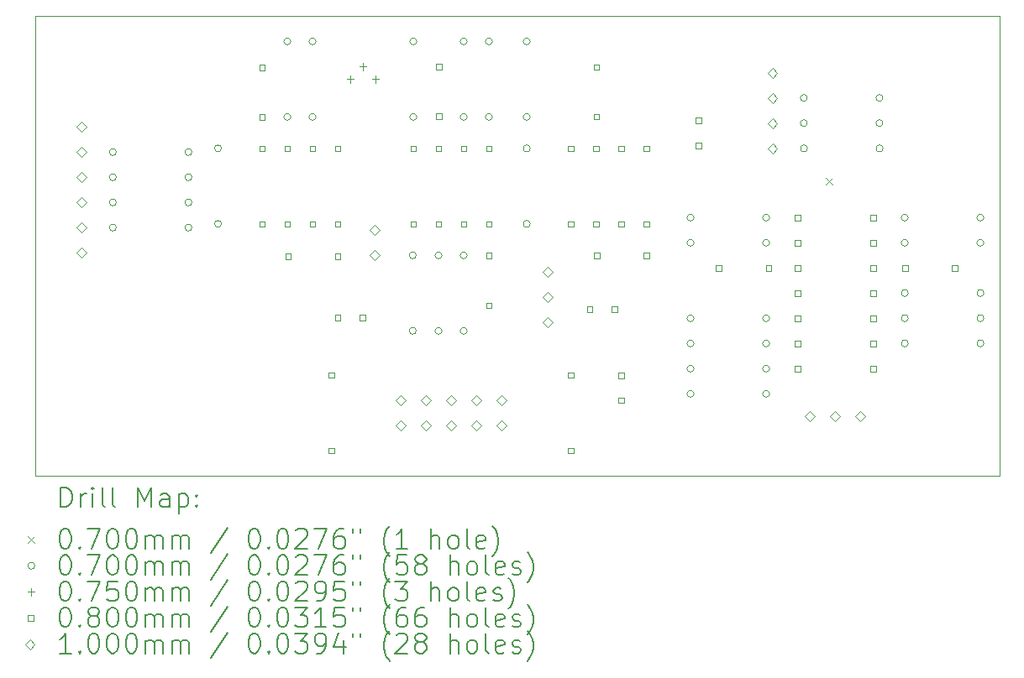
<source format=gbr>
%TF.GenerationSoftware,KiCad,Pcbnew,7.0.10*%
%TF.CreationDate,2025-10-26T16:30:40+00:00*%
%TF.ProjectId,Polivoks filter-R,506f6c69-766f-46b7-9320-66696c746572,rev?*%
%TF.SameCoordinates,Original*%
%TF.FileFunction,Drillmap*%
%TF.FilePolarity,Positive*%
%FSLAX45Y45*%
G04 Gerber Fmt 4.5, Leading zero omitted, Abs format (unit mm)*
G04 Created by KiCad (PCBNEW 7.0.10) date 2025-10-26 16:30:40*
%MOMM*%
%LPD*%
G01*
G04 APERTURE LIST*
%ADD10C,0.100000*%
%ADD11C,0.200000*%
G04 APERTURE END LIST*
D10*
X9759950Y-8535670D02*
X19475450Y-8535670D01*
X19475450Y-13171170D01*
X9759950Y-13171170D01*
X9759950Y-8535670D01*
D11*
D10*
X17724680Y-10165640D02*
X17794680Y-10235640D01*
X17794680Y-10165640D02*
X17724680Y-10235640D01*
X10576000Y-9906000D02*
G75*
G03*
X10506000Y-9906000I-35000J0D01*
G01*
X10506000Y-9906000D02*
G75*
G03*
X10576000Y-9906000I35000J0D01*
G01*
X10576000Y-10160000D02*
G75*
G03*
X10506000Y-10160000I-35000J0D01*
G01*
X10506000Y-10160000D02*
G75*
G03*
X10576000Y-10160000I35000J0D01*
G01*
X10576000Y-10414000D02*
G75*
G03*
X10506000Y-10414000I-35000J0D01*
G01*
X10506000Y-10414000D02*
G75*
G03*
X10576000Y-10414000I35000J0D01*
G01*
X10576000Y-10668000D02*
G75*
G03*
X10506000Y-10668000I-35000J0D01*
G01*
X10506000Y-10668000D02*
G75*
G03*
X10576000Y-10668000I35000J0D01*
G01*
X11338000Y-9906000D02*
G75*
G03*
X11268000Y-9906000I-35000J0D01*
G01*
X11268000Y-9906000D02*
G75*
G03*
X11338000Y-9906000I35000J0D01*
G01*
X11338000Y-10160000D02*
G75*
G03*
X11268000Y-10160000I-35000J0D01*
G01*
X11268000Y-10160000D02*
G75*
G03*
X11338000Y-10160000I35000J0D01*
G01*
X11338000Y-10414000D02*
G75*
G03*
X11268000Y-10414000I-35000J0D01*
G01*
X11268000Y-10414000D02*
G75*
G03*
X11338000Y-10414000I35000J0D01*
G01*
X11338000Y-10668000D02*
G75*
G03*
X11268000Y-10668000I-35000J0D01*
G01*
X11268000Y-10668000D02*
G75*
G03*
X11338000Y-10668000I35000J0D01*
G01*
X11636450Y-9869170D02*
G75*
G03*
X11566450Y-9869170I-35000J0D01*
G01*
X11566450Y-9869170D02*
G75*
G03*
X11636450Y-9869170I35000J0D01*
G01*
X11636450Y-10631170D02*
G75*
G03*
X11566450Y-10631170I-35000J0D01*
G01*
X11566450Y-10631170D02*
G75*
G03*
X11636450Y-10631170I35000J0D01*
G01*
X12334950Y-8789670D02*
G75*
G03*
X12264950Y-8789670I-35000J0D01*
G01*
X12264950Y-8789670D02*
G75*
G03*
X12334950Y-8789670I35000J0D01*
G01*
X12334950Y-9551670D02*
G75*
G03*
X12264950Y-9551670I-35000J0D01*
G01*
X12264950Y-9551670D02*
G75*
G03*
X12334950Y-9551670I35000J0D01*
G01*
X12588950Y-8789670D02*
G75*
G03*
X12518950Y-8789670I-35000J0D01*
G01*
X12518950Y-8789670D02*
G75*
G03*
X12588950Y-8789670I35000J0D01*
G01*
X12588950Y-9551670D02*
G75*
G03*
X12518950Y-9551670I-35000J0D01*
G01*
X12518950Y-9551670D02*
G75*
G03*
X12588950Y-9551670I35000J0D01*
G01*
X13598600Y-10947400D02*
G75*
G03*
X13528600Y-10947400I-35000J0D01*
G01*
X13528600Y-10947400D02*
G75*
G03*
X13598600Y-10947400I35000J0D01*
G01*
X13598600Y-11709400D02*
G75*
G03*
X13528600Y-11709400I-35000J0D01*
G01*
X13528600Y-11709400D02*
G75*
G03*
X13598600Y-11709400I35000J0D01*
G01*
X13604950Y-8789670D02*
G75*
G03*
X13534950Y-8789670I-35000J0D01*
G01*
X13534950Y-8789670D02*
G75*
G03*
X13604950Y-8789670I35000J0D01*
G01*
X13604950Y-9551670D02*
G75*
G03*
X13534950Y-9551670I-35000J0D01*
G01*
X13534950Y-9551670D02*
G75*
G03*
X13604950Y-9551670I35000J0D01*
G01*
X13858950Y-10948670D02*
G75*
G03*
X13788950Y-10948670I-35000J0D01*
G01*
X13788950Y-10948670D02*
G75*
G03*
X13858950Y-10948670I35000J0D01*
G01*
X13858950Y-11710670D02*
G75*
G03*
X13788950Y-11710670I-35000J0D01*
G01*
X13788950Y-11710670D02*
G75*
G03*
X13858950Y-11710670I35000J0D01*
G01*
X14112950Y-8789670D02*
G75*
G03*
X14042950Y-8789670I-35000J0D01*
G01*
X14042950Y-8789670D02*
G75*
G03*
X14112950Y-8789670I35000J0D01*
G01*
X14112950Y-9551670D02*
G75*
G03*
X14042950Y-9551670I-35000J0D01*
G01*
X14042950Y-9551670D02*
G75*
G03*
X14112950Y-9551670I35000J0D01*
G01*
X14112950Y-10948670D02*
G75*
G03*
X14042950Y-10948670I-35000J0D01*
G01*
X14042950Y-10948670D02*
G75*
G03*
X14112950Y-10948670I35000J0D01*
G01*
X14112950Y-11710670D02*
G75*
G03*
X14042950Y-11710670I-35000J0D01*
G01*
X14042950Y-11710670D02*
G75*
G03*
X14112950Y-11710670I35000J0D01*
G01*
X14366950Y-8789670D02*
G75*
G03*
X14296950Y-8789670I-35000J0D01*
G01*
X14296950Y-8789670D02*
G75*
G03*
X14366950Y-8789670I35000J0D01*
G01*
X14366950Y-9551670D02*
G75*
G03*
X14296950Y-9551670I-35000J0D01*
G01*
X14296950Y-9551670D02*
G75*
G03*
X14366950Y-9551670I35000J0D01*
G01*
X14747950Y-8789670D02*
G75*
G03*
X14677950Y-8789670I-35000J0D01*
G01*
X14677950Y-8789670D02*
G75*
G03*
X14747950Y-8789670I35000J0D01*
G01*
X14747950Y-9551670D02*
G75*
G03*
X14677950Y-9551670I-35000J0D01*
G01*
X14677950Y-9551670D02*
G75*
G03*
X14747950Y-9551670I35000J0D01*
G01*
X14747950Y-9869170D02*
G75*
G03*
X14677950Y-9869170I-35000J0D01*
G01*
X14677950Y-9869170D02*
G75*
G03*
X14747950Y-9869170I35000J0D01*
G01*
X14747950Y-10631170D02*
G75*
G03*
X14677950Y-10631170I-35000J0D01*
G01*
X14677950Y-10631170D02*
G75*
G03*
X14747950Y-10631170I35000J0D01*
G01*
X16398950Y-10567670D02*
G75*
G03*
X16328950Y-10567670I-35000J0D01*
G01*
X16328950Y-10567670D02*
G75*
G03*
X16398950Y-10567670I35000J0D01*
G01*
X16398950Y-10821670D02*
G75*
G03*
X16328950Y-10821670I-35000J0D01*
G01*
X16328950Y-10821670D02*
G75*
G03*
X16398950Y-10821670I35000J0D01*
G01*
X16398950Y-11583670D02*
G75*
G03*
X16328950Y-11583670I-35000J0D01*
G01*
X16328950Y-11583670D02*
G75*
G03*
X16398950Y-11583670I35000J0D01*
G01*
X16398950Y-11837670D02*
G75*
G03*
X16328950Y-11837670I-35000J0D01*
G01*
X16328950Y-11837670D02*
G75*
G03*
X16398950Y-11837670I35000J0D01*
G01*
X16398950Y-12091670D02*
G75*
G03*
X16328950Y-12091670I-35000J0D01*
G01*
X16328950Y-12091670D02*
G75*
G03*
X16398950Y-12091670I35000J0D01*
G01*
X16398950Y-12345670D02*
G75*
G03*
X16328950Y-12345670I-35000J0D01*
G01*
X16328950Y-12345670D02*
G75*
G03*
X16398950Y-12345670I35000J0D01*
G01*
X17160950Y-10567670D02*
G75*
G03*
X17090950Y-10567670I-35000J0D01*
G01*
X17090950Y-10567670D02*
G75*
G03*
X17160950Y-10567670I35000J0D01*
G01*
X17160950Y-10821670D02*
G75*
G03*
X17090950Y-10821670I-35000J0D01*
G01*
X17090950Y-10821670D02*
G75*
G03*
X17160950Y-10821670I35000J0D01*
G01*
X17160950Y-11583670D02*
G75*
G03*
X17090950Y-11583670I-35000J0D01*
G01*
X17090950Y-11583670D02*
G75*
G03*
X17160950Y-11583670I35000J0D01*
G01*
X17160950Y-11837670D02*
G75*
G03*
X17090950Y-11837670I-35000J0D01*
G01*
X17090950Y-11837670D02*
G75*
G03*
X17160950Y-11837670I35000J0D01*
G01*
X17160950Y-12091670D02*
G75*
G03*
X17090950Y-12091670I-35000J0D01*
G01*
X17090950Y-12091670D02*
G75*
G03*
X17160950Y-12091670I35000J0D01*
G01*
X17160950Y-12345670D02*
G75*
G03*
X17090950Y-12345670I-35000J0D01*
G01*
X17090950Y-12345670D02*
G75*
G03*
X17160950Y-12345670I35000J0D01*
G01*
X17540680Y-9359900D02*
G75*
G03*
X17470680Y-9359900I-35000J0D01*
G01*
X17470680Y-9359900D02*
G75*
G03*
X17540680Y-9359900I35000J0D01*
G01*
X17540680Y-9613900D02*
G75*
G03*
X17470680Y-9613900I-35000J0D01*
G01*
X17470680Y-9613900D02*
G75*
G03*
X17540680Y-9613900I35000J0D01*
G01*
X17541950Y-9869170D02*
G75*
G03*
X17471950Y-9869170I-35000J0D01*
G01*
X17471950Y-9869170D02*
G75*
G03*
X17541950Y-9869170I35000J0D01*
G01*
X18302680Y-9359900D02*
G75*
G03*
X18232680Y-9359900I-35000J0D01*
G01*
X18232680Y-9359900D02*
G75*
G03*
X18302680Y-9359900I35000J0D01*
G01*
X18302680Y-9613900D02*
G75*
G03*
X18232680Y-9613900I-35000J0D01*
G01*
X18232680Y-9613900D02*
G75*
G03*
X18302680Y-9613900I35000J0D01*
G01*
X18303950Y-9869170D02*
G75*
G03*
X18233950Y-9869170I-35000J0D01*
G01*
X18233950Y-9869170D02*
G75*
G03*
X18303950Y-9869170I35000J0D01*
G01*
X18557950Y-10567670D02*
G75*
G03*
X18487950Y-10567670I-35000J0D01*
G01*
X18487950Y-10567670D02*
G75*
G03*
X18557950Y-10567670I35000J0D01*
G01*
X18557950Y-10821670D02*
G75*
G03*
X18487950Y-10821670I-35000J0D01*
G01*
X18487950Y-10821670D02*
G75*
G03*
X18557950Y-10821670I35000J0D01*
G01*
X18557950Y-11328400D02*
G75*
G03*
X18487950Y-11328400I-35000J0D01*
G01*
X18487950Y-11328400D02*
G75*
G03*
X18557950Y-11328400I35000J0D01*
G01*
X18557950Y-11582400D02*
G75*
G03*
X18487950Y-11582400I-35000J0D01*
G01*
X18487950Y-11582400D02*
G75*
G03*
X18557950Y-11582400I35000J0D01*
G01*
X18557950Y-11836400D02*
G75*
G03*
X18487950Y-11836400I-35000J0D01*
G01*
X18487950Y-11836400D02*
G75*
G03*
X18557950Y-11836400I35000J0D01*
G01*
X19319950Y-10567670D02*
G75*
G03*
X19249950Y-10567670I-35000J0D01*
G01*
X19249950Y-10567670D02*
G75*
G03*
X19319950Y-10567670I35000J0D01*
G01*
X19319950Y-10821670D02*
G75*
G03*
X19249950Y-10821670I-35000J0D01*
G01*
X19249950Y-10821670D02*
G75*
G03*
X19319950Y-10821670I35000J0D01*
G01*
X19319950Y-11328400D02*
G75*
G03*
X19249950Y-11328400I-35000J0D01*
G01*
X19249950Y-11328400D02*
G75*
G03*
X19319950Y-11328400I35000J0D01*
G01*
X19319950Y-11582400D02*
G75*
G03*
X19249950Y-11582400I-35000J0D01*
G01*
X19249950Y-11582400D02*
G75*
G03*
X19319950Y-11582400I35000J0D01*
G01*
X19319950Y-11836400D02*
G75*
G03*
X19249950Y-11836400I-35000J0D01*
G01*
X19249950Y-11836400D02*
G75*
G03*
X19319950Y-11836400I35000J0D01*
G01*
X12934950Y-9133170D02*
X12934950Y-9208170D01*
X12897450Y-9170670D02*
X12972450Y-9170670D01*
X13061950Y-9006170D02*
X13061950Y-9081170D01*
X13024450Y-9043670D02*
X13099450Y-9043670D01*
X13188950Y-9133170D02*
X13188950Y-9208170D01*
X13151450Y-9170670D02*
X13226450Y-9170670D01*
X12074234Y-9079955D02*
X12074234Y-9023386D01*
X12017665Y-9023386D01*
X12017665Y-9079955D01*
X12074234Y-9079955D01*
X12074234Y-9579955D02*
X12074234Y-9523386D01*
X12017665Y-9523386D01*
X12017665Y-9579955D01*
X12074234Y-9579955D01*
X12074234Y-9897455D02*
X12074234Y-9840886D01*
X12017665Y-9840886D01*
X12017665Y-9897455D01*
X12074234Y-9897455D01*
X12074234Y-10659455D02*
X12074234Y-10602886D01*
X12017665Y-10602886D01*
X12017665Y-10659455D01*
X12074234Y-10659455D01*
X12328234Y-9897455D02*
X12328234Y-9840886D01*
X12271665Y-9840886D01*
X12271665Y-9897455D01*
X12328234Y-9897455D01*
X12328234Y-10659455D02*
X12328234Y-10602886D01*
X12271665Y-10602886D01*
X12271665Y-10659455D01*
X12328234Y-10659455D01*
X12336234Y-10984955D02*
X12336234Y-10928386D01*
X12279665Y-10928386D01*
X12279665Y-10984955D01*
X12336234Y-10984955D01*
X12582234Y-9897455D02*
X12582234Y-9840886D01*
X12525665Y-9840886D01*
X12525665Y-9897455D01*
X12582234Y-9897455D01*
X12582234Y-10659455D02*
X12582234Y-10602886D01*
X12525665Y-10602886D01*
X12525665Y-10659455D01*
X12582234Y-10659455D01*
X12772734Y-12183454D02*
X12772734Y-12126885D01*
X12716165Y-12126885D01*
X12716165Y-12183454D01*
X12772734Y-12183454D01*
X12772734Y-12945454D02*
X12772734Y-12888885D01*
X12716165Y-12888885D01*
X12716165Y-12945454D01*
X12772734Y-12945454D01*
X12836234Y-9897455D02*
X12836234Y-9840886D01*
X12779665Y-9840886D01*
X12779665Y-9897455D01*
X12836234Y-9897455D01*
X12836234Y-10659455D02*
X12836234Y-10602886D01*
X12779665Y-10602886D01*
X12779665Y-10659455D01*
X12836234Y-10659455D01*
X12836234Y-10984955D02*
X12836234Y-10928386D01*
X12779665Y-10928386D01*
X12779665Y-10984955D01*
X12836234Y-10984955D01*
X12836424Y-11605604D02*
X12836424Y-11549035D01*
X12779855Y-11549035D01*
X12779855Y-11605604D01*
X12836424Y-11605604D01*
X13086424Y-11605604D02*
X13086424Y-11549035D01*
X13029855Y-11549035D01*
X13029855Y-11605604D01*
X13086424Y-11605604D01*
X13598234Y-9897455D02*
X13598234Y-9840886D01*
X13541665Y-9840886D01*
X13541665Y-9897455D01*
X13598234Y-9897455D01*
X13598234Y-10659455D02*
X13598234Y-10602886D01*
X13541665Y-10602886D01*
X13541665Y-10659455D01*
X13598234Y-10659455D01*
X13852234Y-9897455D02*
X13852234Y-9840886D01*
X13795665Y-9840886D01*
X13795665Y-9897455D01*
X13852234Y-9897455D01*
X13852234Y-10659455D02*
X13852234Y-10602886D01*
X13795665Y-10602886D01*
X13795665Y-10659455D01*
X13852234Y-10659455D01*
X13853504Y-9074685D02*
X13853504Y-9018116D01*
X13796935Y-9018116D01*
X13796935Y-9074685D01*
X13853504Y-9074685D01*
X13853504Y-9574685D02*
X13853504Y-9518116D01*
X13796935Y-9518116D01*
X13796935Y-9574685D01*
X13853504Y-9574685D01*
X14106234Y-9897455D02*
X14106234Y-9840886D01*
X14049665Y-9840886D01*
X14049665Y-9897455D01*
X14106234Y-9897455D01*
X14106234Y-10659455D02*
X14106234Y-10602886D01*
X14049665Y-10602886D01*
X14049665Y-10659455D01*
X14106234Y-10659455D01*
X14360234Y-9897455D02*
X14360234Y-9840886D01*
X14303665Y-9840886D01*
X14303665Y-9897455D01*
X14360234Y-9897455D01*
X14360234Y-10659455D02*
X14360234Y-10602886D01*
X14303665Y-10602886D01*
X14303665Y-10659455D01*
X14360234Y-10659455D01*
X14360234Y-10980955D02*
X14360234Y-10924386D01*
X14303665Y-10924386D01*
X14303665Y-10980955D01*
X14360234Y-10980955D01*
X14360234Y-11480954D02*
X14360234Y-11424385D01*
X14303665Y-11424385D01*
X14303665Y-11480954D01*
X14360234Y-11480954D01*
X15185734Y-9897455D02*
X15185734Y-9840886D01*
X15129165Y-9840886D01*
X15129165Y-9897455D01*
X15185734Y-9897455D01*
X15185734Y-10659455D02*
X15185734Y-10602886D01*
X15129165Y-10602886D01*
X15129165Y-10659455D01*
X15185734Y-10659455D01*
X15185734Y-12183454D02*
X15185734Y-12126885D01*
X15129165Y-12126885D01*
X15129165Y-12183454D01*
X15185734Y-12183454D01*
X15185734Y-12945454D02*
X15185734Y-12888885D01*
X15129165Y-12888885D01*
X15129165Y-12945454D01*
X15185734Y-12945454D01*
X15376234Y-11521784D02*
X15376234Y-11465215D01*
X15319665Y-11465215D01*
X15319665Y-11521784D01*
X15376234Y-11521784D01*
X15439734Y-9897455D02*
X15439734Y-9840886D01*
X15383165Y-9840886D01*
X15383165Y-9897455D01*
X15439734Y-9897455D01*
X15439734Y-10659455D02*
X15439734Y-10602886D01*
X15383165Y-10602886D01*
X15383165Y-10659455D01*
X15439734Y-10659455D01*
X15443544Y-9076145D02*
X15443544Y-9019576D01*
X15386975Y-9019576D01*
X15386975Y-9076145D01*
X15443544Y-9076145D01*
X15443544Y-9576145D02*
X15443544Y-9519576D01*
X15386975Y-9519576D01*
X15386975Y-9576145D01*
X15443544Y-9576145D01*
X15447734Y-10980955D02*
X15447734Y-10924386D01*
X15391165Y-10924386D01*
X15391165Y-10980955D01*
X15447734Y-10980955D01*
X15626234Y-11521784D02*
X15626234Y-11465215D01*
X15569665Y-11465215D01*
X15569665Y-11521784D01*
X15626234Y-11521784D01*
X15693734Y-9897455D02*
X15693734Y-9840886D01*
X15637165Y-9840886D01*
X15637165Y-9897455D01*
X15693734Y-9897455D01*
X15693734Y-10659455D02*
X15693734Y-10602886D01*
X15637165Y-10602886D01*
X15637165Y-10659455D01*
X15693734Y-10659455D01*
X15693734Y-12187454D02*
X15693734Y-12130885D01*
X15637165Y-12130885D01*
X15637165Y-12187454D01*
X15693734Y-12187454D01*
X15693734Y-12437454D02*
X15693734Y-12380885D01*
X15637165Y-12380885D01*
X15637165Y-12437454D01*
X15693734Y-12437454D01*
X15947734Y-9897455D02*
X15947734Y-9840886D01*
X15891165Y-9840886D01*
X15891165Y-9897455D01*
X15947734Y-9897455D01*
X15947734Y-10659455D02*
X15947734Y-10602886D01*
X15891165Y-10602886D01*
X15891165Y-10659455D01*
X15947734Y-10659455D01*
X15947734Y-10980955D02*
X15947734Y-10924386D01*
X15891165Y-10924386D01*
X15891165Y-10980955D01*
X15947734Y-10980955D01*
X16474784Y-9616785D02*
X16474784Y-9560216D01*
X16418215Y-9560216D01*
X16418215Y-9616785D01*
X16474784Y-9616785D01*
X16474784Y-9866785D02*
X16474784Y-9810216D01*
X16418215Y-9810216D01*
X16418215Y-9866785D01*
X16474784Y-9866785D01*
X16678364Y-11105225D02*
X16678364Y-11048656D01*
X16621795Y-11048656D01*
X16621795Y-11105225D01*
X16678364Y-11105225D01*
X17178365Y-11105225D02*
X17178365Y-11048656D01*
X17121796Y-11048656D01*
X17121796Y-11105225D01*
X17178365Y-11105225D01*
X17471735Y-10595955D02*
X17471735Y-10539386D01*
X17415166Y-10539386D01*
X17415166Y-10595955D01*
X17471735Y-10595955D01*
X17471735Y-10849955D02*
X17471735Y-10793386D01*
X17415166Y-10793386D01*
X17415166Y-10849955D01*
X17471735Y-10849955D01*
X17471735Y-11103955D02*
X17471735Y-11047386D01*
X17415166Y-11047386D01*
X17415166Y-11103955D01*
X17471735Y-11103955D01*
X17471735Y-11357954D02*
X17471735Y-11301385D01*
X17415166Y-11301385D01*
X17415166Y-11357954D01*
X17471735Y-11357954D01*
X17471735Y-11611954D02*
X17471735Y-11555385D01*
X17415166Y-11555385D01*
X17415166Y-11611954D01*
X17471735Y-11611954D01*
X17471735Y-11865954D02*
X17471735Y-11809385D01*
X17415166Y-11809385D01*
X17415166Y-11865954D01*
X17471735Y-11865954D01*
X17471735Y-12119954D02*
X17471735Y-12063385D01*
X17415166Y-12063385D01*
X17415166Y-12119954D01*
X17471735Y-12119954D01*
X18233735Y-10595955D02*
X18233735Y-10539386D01*
X18177166Y-10539386D01*
X18177166Y-10595955D01*
X18233735Y-10595955D01*
X18233735Y-10849955D02*
X18233735Y-10793386D01*
X18177166Y-10793386D01*
X18177166Y-10849955D01*
X18233735Y-10849955D01*
X18233735Y-11103955D02*
X18233735Y-11047386D01*
X18177166Y-11047386D01*
X18177166Y-11103955D01*
X18233735Y-11103955D01*
X18233735Y-11357954D02*
X18233735Y-11301385D01*
X18177166Y-11301385D01*
X18177166Y-11357954D01*
X18233735Y-11357954D01*
X18233735Y-11611954D02*
X18233735Y-11555385D01*
X18177166Y-11555385D01*
X18177166Y-11611954D01*
X18233735Y-11611954D01*
X18233735Y-11865954D02*
X18233735Y-11809385D01*
X18177166Y-11809385D01*
X18177166Y-11865954D01*
X18233735Y-11865954D01*
X18233735Y-12119954D02*
X18233735Y-12063385D01*
X18177166Y-12063385D01*
X18177166Y-12119954D01*
X18233735Y-12119954D01*
X18555235Y-11102685D02*
X18555235Y-11046116D01*
X18498666Y-11046116D01*
X18498666Y-11102685D01*
X18555235Y-11102685D01*
X19055235Y-11102685D02*
X19055235Y-11046116D01*
X18998666Y-11046116D01*
X18998666Y-11102685D01*
X19055235Y-11102685D01*
X10223500Y-9702000D02*
X10273500Y-9652000D01*
X10223500Y-9602000D01*
X10173500Y-9652000D01*
X10223500Y-9702000D01*
X10223500Y-9956000D02*
X10273500Y-9906000D01*
X10223500Y-9856000D01*
X10173500Y-9906000D01*
X10223500Y-9956000D01*
X10223500Y-10210000D02*
X10273500Y-10160000D01*
X10223500Y-10110000D01*
X10173500Y-10160000D01*
X10223500Y-10210000D01*
X10223500Y-10464000D02*
X10273500Y-10414000D01*
X10223500Y-10364000D01*
X10173500Y-10414000D01*
X10223500Y-10464000D01*
X10223500Y-10718000D02*
X10273500Y-10668000D01*
X10223500Y-10618000D01*
X10173500Y-10668000D01*
X10223500Y-10718000D01*
X10223500Y-10972000D02*
X10273500Y-10922000D01*
X10223500Y-10872000D01*
X10173500Y-10922000D01*
X10223500Y-10972000D01*
X13182600Y-10743900D02*
X13232600Y-10693900D01*
X13182600Y-10643900D01*
X13132600Y-10693900D01*
X13182600Y-10743900D01*
X13182600Y-10997900D02*
X13232600Y-10947900D01*
X13182600Y-10897900D01*
X13132600Y-10947900D01*
X13182600Y-10997900D01*
X13442950Y-12459170D02*
X13492950Y-12409170D01*
X13442950Y-12359170D01*
X13392950Y-12409170D01*
X13442950Y-12459170D01*
X13442950Y-12713170D02*
X13492950Y-12663170D01*
X13442950Y-12613170D01*
X13392950Y-12663170D01*
X13442950Y-12713170D01*
X13696950Y-12459170D02*
X13746950Y-12409170D01*
X13696950Y-12359170D01*
X13646950Y-12409170D01*
X13696950Y-12459170D01*
X13696950Y-12713170D02*
X13746950Y-12663170D01*
X13696950Y-12613170D01*
X13646950Y-12663170D01*
X13696950Y-12713170D01*
X13950950Y-12459170D02*
X14000950Y-12409170D01*
X13950950Y-12359170D01*
X13900950Y-12409170D01*
X13950950Y-12459170D01*
X13950950Y-12713170D02*
X14000950Y-12663170D01*
X13950950Y-12613170D01*
X13900950Y-12663170D01*
X13950950Y-12713170D01*
X14204950Y-12459170D02*
X14254950Y-12409170D01*
X14204950Y-12359170D01*
X14154950Y-12409170D01*
X14204950Y-12459170D01*
X14204950Y-12713170D02*
X14254950Y-12663170D01*
X14204950Y-12613170D01*
X14154950Y-12663170D01*
X14204950Y-12713170D01*
X14458950Y-12459170D02*
X14508950Y-12409170D01*
X14458950Y-12359170D01*
X14408950Y-12409170D01*
X14458950Y-12459170D01*
X14458950Y-12713170D02*
X14508950Y-12663170D01*
X14458950Y-12613170D01*
X14408950Y-12663170D01*
X14458950Y-12713170D01*
X14922500Y-11162500D02*
X14972500Y-11112500D01*
X14922500Y-11062500D01*
X14872500Y-11112500D01*
X14922500Y-11162500D01*
X14922500Y-11416500D02*
X14972500Y-11366500D01*
X14922500Y-11316500D01*
X14872500Y-11366500D01*
X14922500Y-11416500D01*
X14922500Y-11670500D02*
X14972500Y-11620500D01*
X14922500Y-11570500D01*
X14872500Y-11620500D01*
X14922500Y-11670500D01*
X17189450Y-9156170D02*
X17239450Y-9106170D01*
X17189450Y-9056170D01*
X17139450Y-9106170D01*
X17189450Y-9156170D01*
X17189450Y-9410170D02*
X17239450Y-9360170D01*
X17189450Y-9310170D01*
X17139450Y-9360170D01*
X17189450Y-9410170D01*
X17189450Y-9664170D02*
X17239450Y-9614170D01*
X17189450Y-9564170D01*
X17139450Y-9614170D01*
X17189450Y-9664170D01*
X17189450Y-9918170D02*
X17239450Y-9868170D01*
X17189450Y-9818170D01*
X17139450Y-9868170D01*
X17189450Y-9918170D01*
X17566640Y-12620460D02*
X17616640Y-12570460D01*
X17566640Y-12520460D01*
X17516640Y-12570460D01*
X17566640Y-12620460D01*
X17820640Y-12620460D02*
X17870640Y-12570460D01*
X17820640Y-12520460D01*
X17770640Y-12570460D01*
X17820640Y-12620460D01*
X18074640Y-12620460D02*
X18124640Y-12570460D01*
X18074640Y-12520460D01*
X18024640Y-12570460D01*
X18074640Y-12620460D01*
D11*
X10015727Y-13487654D02*
X10015727Y-13287654D01*
X10015727Y-13287654D02*
X10063346Y-13287654D01*
X10063346Y-13287654D02*
X10091917Y-13297178D01*
X10091917Y-13297178D02*
X10110965Y-13316225D01*
X10110965Y-13316225D02*
X10120489Y-13335273D01*
X10120489Y-13335273D02*
X10130013Y-13373368D01*
X10130013Y-13373368D02*
X10130013Y-13401939D01*
X10130013Y-13401939D02*
X10120489Y-13440035D01*
X10120489Y-13440035D02*
X10110965Y-13459082D01*
X10110965Y-13459082D02*
X10091917Y-13478130D01*
X10091917Y-13478130D02*
X10063346Y-13487654D01*
X10063346Y-13487654D02*
X10015727Y-13487654D01*
X10215727Y-13487654D02*
X10215727Y-13354320D01*
X10215727Y-13392416D02*
X10225251Y-13373368D01*
X10225251Y-13373368D02*
X10234774Y-13363844D01*
X10234774Y-13363844D02*
X10253822Y-13354320D01*
X10253822Y-13354320D02*
X10272870Y-13354320D01*
X10339536Y-13487654D02*
X10339536Y-13354320D01*
X10339536Y-13287654D02*
X10330013Y-13297178D01*
X10330013Y-13297178D02*
X10339536Y-13306701D01*
X10339536Y-13306701D02*
X10349060Y-13297178D01*
X10349060Y-13297178D02*
X10339536Y-13287654D01*
X10339536Y-13287654D02*
X10339536Y-13306701D01*
X10463346Y-13487654D02*
X10444298Y-13478130D01*
X10444298Y-13478130D02*
X10434774Y-13459082D01*
X10434774Y-13459082D02*
X10434774Y-13287654D01*
X10568108Y-13487654D02*
X10549060Y-13478130D01*
X10549060Y-13478130D02*
X10539536Y-13459082D01*
X10539536Y-13459082D02*
X10539536Y-13287654D01*
X10796679Y-13487654D02*
X10796679Y-13287654D01*
X10796679Y-13287654D02*
X10863346Y-13430511D01*
X10863346Y-13430511D02*
X10930013Y-13287654D01*
X10930013Y-13287654D02*
X10930013Y-13487654D01*
X11110965Y-13487654D02*
X11110965Y-13382892D01*
X11110965Y-13382892D02*
X11101441Y-13363844D01*
X11101441Y-13363844D02*
X11082394Y-13354320D01*
X11082394Y-13354320D02*
X11044298Y-13354320D01*
X11044298Y-13354320D02*
X11025251Y-13363844D01*
X11110965Y-13478130D02*
X11091917Y-13487654D01*
X11091917Y-13487654D02*
X11044298Y-13487654D01*
X11044298Y-13487654D02*
X11025251Y-13478130D01*
X11025251Y-13478130D02*
X11015727Y-13459082D01*
X11015727Y-13459082D02*
X11015727Y-13440035D01*
X11015727Y-13440035D02*
X11025251Y-13420987D01*
X11025251Y-13420987D02*
X11044298Y-13411463D01*
X11044298Y-13411463D02*
X11091917Y-13411463D01*
X11091917Y-13411463D02*
X11110965Y-13401939D01*
X11206203Y-13354320D02*
X11206203Y-13554320D01*
X11206203Y-13363844D02*
X11225251Y-13354320D01*
X11225251Y-13354320D02*
X11263346Y-13354320D01*
X11263346Y-13354320D02*
X11282393Y-13363844D01*
X11282393Y-13363844D02*
X11291917Y-13373368D01*
X11291917Y-13373368D02*
X11301441Y-13392416D01*
X11301441Y-13392416D02*
X11301441Y-13449558D01*
X11301441Y-13449558D02*
X11291917Y-13468606D01*
X11291917Y-13468606D02*
X11282393Y-13478130D01*
X11282393Y-13478130D02*
X11263346Y-13487654D01*
X11263346Y-13487654D02*
X11225251Y-13487654D01*
X11225251Y-13487654D02*
X11206203Y-13478130D01*
X11387155Y-13468606D02*
X11396679Y-13478130D01*
X11396679Y-13478130D02*
X11387155Y-13487654D01*
X11387155Y-13487654D02*
X11377632Y-13478130D01*
X11377632Y-13478130D02*
X11387155Y-13468606D01*
X11387155Y-13468606D02*
X11387155Y-13487654D01*
X11387155Y-13363844D02*
X11396679Y-13373368D01*
X11396679Y-13373368D02*
X11387155Y-13382892D01*
X11387155Y-13382892D02*
X11377632Y-13373368D01*
X11377632Y-13373368D02*
X11387155Y-13363844D01*
X11387155Y-13363844D02*
X11387155Y-13382892D01*
D10*
X9684950Y-13781170D02*
X9754950Y-13851170D01*
X9754950Y-13781170D02*
X9684950Y-13851170D01*
D11*
X10053822Y-13707654D02*
X10072870Y-13707654D01*
X10072870Y-13707654D02*
X10091917Y-13717178D01*
X10091917Y-13717178D02*
X10101441Y-13726701D01*
X10101441Y-13726701D02*
X10110965Y-13745749D01*
X10110965Y-13745749D02*
X10120489Y-13783844D01*
X10120489Y-13783844D02*
X10120489Y-13831463D01*
X10120489Y-13831463D02*
X10110965Y-13869558D01*
X10110965Y-13869558D02*
X10101441Y-13888606D01*
X10101441Y-13888606D02*
X10091917Y-13898130D01*
X10091917Y-13898130D02*
X10072870Y-13907654D01*
X10072870Y-13907654D02*
X10053822Y-13907654D01*
X10053822Y-13907654D02*
X10034774Y-13898130D01*
X10034774Y-13898130D02*
X10025251Y-13888606D01*
X10025251Y-13888606D02*
X10015727Y-13869558D01*
X10015727Y-13869558D02*
X10006203Y-13831463D01*
X10006203Y-13831463D02*
X10006203Y-13783844D01*
X10006203Y-13783844D02*
X10015727Y-13745749D01*
X10015727Y-13745749D02*
X10025251Y-13726701D01*
X10025251Y-13726701D02*
X10034774Y-13717178D01*
X10034774Y-13717178D02*
X10053822Y-13707654D01*
X10206203Y-13888606D02*
X10215727Y-13898130D01*
X10215727Y-13898130D02*
X10206203Y-13907654D01*
X10206203Y-13907654D02*
X10196679Y-13898130D01*
X10196679Y-13898130D02*
X10206203Y-13888606D01*
X10206203Y-13888606D02*
X10206203Y-13907654D01*
X10282394Y-13707654D02*
X10415727Y-13707654D01*
X10415727Y-13707654D02*
X10330013Y-13907654D01*
X10530013Y-13707654D02*
X10549060Y-13707654D01*
X10549060Y-13707654D02*
X10568108Y-13717178D01*
X10568108Y-13717178D02*
X10577632Y-13726701D01*
X10577632Y-13726701D02*
X10587155Y-13745749D01*
X10587155Y-13745749D02*
X10596679Y-13783844D01*
X10596679Y-13783844D02*
X10596679Y-13831463D01*
X10596679Y-13831463D02*
X10587155Y-13869558D01*
X10587155Y-13869558D02*
X10577632Y-13888606D01*
X10577632Y-13888606D02*
X10568108Y-13898130D01*
X10568108Y-13898130D02*
X10549060Y-13907654D01*
X10549060Y-13907654D02*
X10530013Y-13907654D01*
X10530013Y-13907654D02*
X10510965Y-13898130D01*
X10510965Y-13898130D02*
X10501441Y-13888606D01*
X10501441Y-13888606D02*
X10491917Y-13869558D01*
X10491917Y-13869558D02*
X10482394Y-13831463D01*
X10482394Y-13831463D02*
X10482394Y-13783844D01*
X10482394Y-13783844D02*
X10491917Y-13745749D01*
X10491917Y-13745749D02*
X10501441Y-13726701D01*
X10501441Y-13726701D02*
X10510965Y-13717178D01*
X10510965Y-13717178D02*
X10530013Y-13707654D01*
X10720489Y-13707654D02*
X10739536Y-13707654D01*
X10739536Y-13707654D02*
X10758584Y-13717178D01*
X10758584Y-13717178D02*
X10768108Y-13726701D01*
X10768108Y-13726701D02*
X10777632Y-13745749D01*
X10777632Y-13745749D02*
X10787155Y-13783844D01*
X10787155Y-13783844D02*
X10787155Y-13831463D01*
X10787155Y-13831463D02*
X10777632Y-13869558D01*
X10777632Y-13869558D02*
X10768108Y-13888606D01*
X10768108Y-13888606D02*
X10758584Y-13898130D01*
X10758584Y-13898130D02*
X10739536Y-13907654D01*
X10739536Y-13907654D02*
X10720489Y-13907654D01*
X10720489Y-13907654D02*
X10701441Y-13898130D01*
X10701441Y-13898130D02*
X10691917Y-13888606D01*
X10691917Y-13888606D02*
X10682394Y-13869558D01*
X10682394Y-13869558D02*
X10672870Y-13831463D01*
X10672870Y-13831463D02*
X10672870Y-13783844D01*
X10672870Y-13783844D02*
X10682394Y-13745749D01*
X10682394Y-13745749D02*
X10691917Y-13726701D01*
X10691917Y-13726701D02*
X10701441Y-13717178D01*
X10701441Y-13717178D02*
X10720489Y-13707654D01*
X10872870Y-13907654D02*
X10872870Y-13774320D01*
X10872870Y-13793368D02*
X10882394Y-13783844D01*
X10882394Y-13783844D02*
X10901441Y-13774320D01*
X10901441Y-13774320D02*
X10930013Y-13774320D01*
X10930013Y-13774320D02*
X10949060Y-13783844D01*
X10949060Y-13783844D02*
X10958584Y-13802892D01*
X10958584Y-13802892D02*
X10958584Y-13907654D01*
X10958584Y-13802892D02*
X10968108Y-13783844D01*
X10968108Y-13783844D02*
X10987155Y-13774320D01*
X10987155Y-13774320D02*
X11015727Y-13774320D01*
X11015727Y-13774320D02*
X11034775Y-13783844D01*
X11034775Y-13783844D02*
X11044298Y-13802892D01*
X11044298Y-13802892D02*
X11044298Y-13907654D01*
X11139536Y-13907654D02*
X11139536Y-13774320D01*
X11139536Y-13793368D02*
X11149060Y-13783844D01*
X11149060Y-13783844D02*
X11168108Y-13774320D01*
X11168108Y-13774320D02*
X11196679Y-13774320D01*
X11196679Y-13774320D02*
X11215727Y-13783844D01*
X11215727Y-13783844D02*
X11225251Y-13802892D01*
X11225251Y-13802892D02*
X11225251Y-13907654D01*
X11225251Y-13802892D02*
X11234774Y-13783844D01*
X11234774Y-13783844D02*
X11253822Y-13774320D01*
X11253822Y-13774320D02*
X11282393Y-13774320D01*
X11282393Y-13774320D02*
X11301441Y-13783844D01*
X11301441Y-13783844D02*
X11310965Y-13802892D01*
X11310965Y-13802892D02*
X11310965Y-13907654D01*
X11701441Y-13698130D02*
X11530013Y-13955273D01*
X11958584Y-13707654D02*
X11977632Y-13707654D01*
X11977632Y-13707654D02*
X11996679Y-13717178D01*
X11996679Y-13717178D02*
X12006203Y-13726701D01*
X12006203Y-13726701D02*
X12015727Y-13745749D01*
X12015727Y-13745749D02*
X12025251Y-13783844D01*
X12025251Y-13783844D02*
X12025251Y-13831463D01*
X12025251Y-13831463D02*
X12015727Y-13869558D01*
X12015727Y-13869558D02*
X12006203Y-13888606D01*
X12006203Y-13888606D02*
X11996679Y-13898130D01*
X11996679Y-13898130D02*
X11977632Y-13907654D01*
X11977632Y-13907654D02*
X11958584Y-13907654D01*
X11958584Y-13907654D02*
X11939536Y-13898130D01*
X11939536Y-13898130D02*
X11930013Y-13888606D01*
X11930013Y-13888606D02*
X11920489Y-13869558D01*
X11920489Y-13869558D02*
X11910965Y-13831463D01*
X11910965Y-13831463D02*
X11910965Y-13783844D01*
X11910965Y-13783844D02*
X11920489Y-13745749D01*
X11920489Y-13745749D02*
X11930013Y-13726701D01*
X11930013Y-13726701D02*
X11939536Y-13717178D01*
X11939536Y-13717178D02*
X11958584Y-13707654D01*
X12110965Y-13888606D02*
X12120489Y-13898130D01*
X12120489Y-13898130D02*
X12110965Y-13907654D01*
X12110965Y-13907654D02*
X12101441Y-13898130D01*
X12101441Y-13898130D02*
X12110965Y-13888606D01*
X12110965Y-13888606D02*
X12110965Y-13907654D01*
X12244298Y-13707654D02*
X12263346Y-13707654D01*
X12263346Y-13707654D02*
X12282394Y-13717178D01*
X12282394Y-13717178D02*
X12291917Y-13726701D01*
X12291917Y-13726701D02*
X12301441Y-13745749D01*
X12301441Y-13745749D02*
X12310965Y-13783844D01*
X12310965Y-13783844D02*
X12310965Y-13831463D01*
X12310965Y-13831463D02*
X12301441Y-13869558D01*
X12301441Y-13869558D02*
X12291917Y-13888606D01*
X12291917Y-13888606D02*
X12282394Y-13898130D01*
X12282394Y-13898130D02*
X12263346Y-13907654D01*
X12263346Y-13907654D02*
X12244298Y-13907654D01*
X12244298Y-13907654D02*
X12225251Y-13898130D01*
X12225251Y-13898130D02*
X12215727Y-13888606D01*
X12215727Y-13888606D02*
X12206203Y-13869558D01*
X12206203Y-13869558D02*
X12196679Y-13831463D01*
X12196679Y-13831463D02*
X12196679Y-13783844D01*
X12196679Y-13783844D02*
X12206203Y-13745749D01*
X12206203Y-13745749D02*
X12215727Y-13726701D01*
X12215727Y-13726701D02*
X12225251Y-13717178D01*
X12225251Y-13717178D02*
X12244298Y-13707654D01*
X12387156Y-13726701D02*
X12396679Y-13717178D01*
X12396679Y-13717178D02*
X12415727Y-13707654D01*
X12415727Y-13707654D02*
X12463346Y-13707654D01*
X12463346Y-13707654D02*
X12482394Y-13717178D01*
X12482394Y-13717178D02*
X12491917Y-13726701D01*
X12491917Y-13726701D02*
X12501441Y-13745749D01*
X12501441Y-13745749D02*
X12501441Y-13764797D01*
X12501441Y-13764797D02*
X12491917Y-13793368D01*
X12491917Y-13793368D02*
X12377632Y-13907654D01*
X12377632Y-13907654D02*
X12501441Y-13907654D01*
X12568108Y-13707654D02*
X12701441Y-13707654D01*
X12701441Y-13707654D02*
X12615727Y-13907654D01*
X12863346Y-13707654D02*
X12825251Y-13707654D01*
X12825251Y-13707654D02*
X12806203Y-13717178D01*
X12806203Y-13717178D02*
X12796679Y-13726701D01*
X12796679Y-13726701D02*
X12777632Y-13755273D01*
X12777632Y-13755273D02*
X12768108Y-13793368D01*
X12768108Y-13793368D02*
X12768108Y-13869558D01*
X12768108Y-13869558D02*
X12777632Y-13888606D01*
X12777632Y-13888606D02*
X12787156Y-13898130D01*
X12787156Y-13898130D02*
X12806203Y-13907654D01*
X12806203Y-13907654D02*
X12844298Y-13907654D01*
X12844298Y-13907654D02*
X12863346Y-13898130D01*
X12863346Y-13898130D02*
X12872870Y-13888606D01*
X12872870Y-13888606D02*
X12882394Y-13869558D01*
X12882394Y-13869558D02*
X12882394Y-13821939D01*
X12882394Y-13821939D02*
X12872870Y-13802892D01*
X12872870Y-13802892D02*
X12863346Y-13793368D01*
X12863346Y-13793368D02*
X12844298Y-13783844D01*
X12844298Y-13783844D02*
X12806203Y-13783844D01*
X12806203Y-13783844D02*
X12787156Y-13793368D01*
X12787156Y-13793368D02*
X12777632Y-13802892D01*
X12777632Y-13802892D02*
X12768108Y-13821939D01*
X12958584Y-13707654D02*
X12958584Y-13745749D01*
X13034775Y-13707654D02*
X13034775Y-13745749D01*
X13330013Y-13983844D02*
X13320489Y-13974320D01*
X13320489Y-13974320D02*
X13301441Y-13945749D01*
X13301441Y-13945749D02*
X13291918Y-13926701D01*
X13291918Y-13926701D02*
X13282394Y-13898130D01*
X13282394Y-13898130D02*
X13272870Y-13850511D01*
X13272870Y-13850511D02*
X13272870Y-13812416D01*
X13272870Y-13812416D02*
X13282394Y-13764797D01*
X13282394Y-13764797D02*
X13291918Y-13736225D01*
X13291918Y-13736225D02*
X13301441Y-13717178D01*
X13301441Y-13717178D02*
X13320489Y-13688606D01*
X13320489Y-13688606D02*
X13330013Y-13679082D01*
X13510965Y-13907654D02*
X13396679Y-13907654D01*
X13453822Y-13907654D02*
X13453822Y-13707654D01*
X13453822Y-13707654D02*
X13434775Y-13736225D01*
X13434775Y-13736225D02*
X13415727Y-13755273D01*
X13415727Y-13755273D02*
X13396679Y-13764797D01*
X13749060Y-13907654D02*
X13749060Y-13707654D01*
X13834775Y-13907654D02*
X13834775Y-13802892D01*
X13834775Y-13802892D02*
X13825251Y-13783844D01*
X13825251Y-13783844D02*
X13806203Y-13774320D01*
X13806203Y-13774320D02*
X13777632Y-13774320D01*
X13777632Y-13774320D02*
X13758584Y-13783844D01*
X13758584Y-13783844D02*
X13749060Y-13793368D01*
X13958584Y-13907654D02*
X13939537Y-13898130D01*
X13939537Y-13898130D02*
X13930013Y-13888606D01*
X13930013Y-13888606D02*
X13920489Y-13869558D01*
X13920489Y-13869558D02*
X13920489Y-13812416D01*
X13920489Y-13812416D02*
X13930013Y-13793368D01*
X13930013Y-13793368D02*
X13939537Y-13783844D01*
X13939537Y-13783844D02*
X13958584Y-13774320D01*
X13958584Y-13774320D02*
X13987156Y-13774320D01*
X13987156Y-13774320D02*
X14006203Y-13783844D01*
X14006203Y-13783844D02*
X14015727Y-13793368D01*
X14015727Y-13793368D02*
X14025251Y-13812416D01*
X14025251Y-13812416D02*
X14025251Y-13869558D01*
X14025251Y-13869558D02*
X14015727Y-13888606D01*
X14015727Y-13888606D02*
X14006203Y-13898130D01*
X14006203Y-13898130D02*
X13987156Y-13907654D01*
X13987156Y-13907654D02*
X13958584Y-13907654D01*
X14139537Y-13907654D02*
X14120489Y-13898130D01*
X14120489Y-13898130D02*
X14110965Y-13879082D01*
X14110965Y-13879082D02*
X14110965Y-13707654D01*
X14291918Y-13898130D02*
X14272870Y-13907654D01*
X14272870Y-13907654D02*
X14234775Y-13907654D01*
X14234775Y-13907654D02*
X14215727Y-13898130D01*
X14215727Y-13898130D02*
X14206203Y-13879082D01*
X14206203Y-13879082D02*
X14206203Y-13802892D01*
X14206203Y-13802892D02*
X14215727Y-13783844D01*
X14215727Y-13783844D02*
X14234775Y-13774320D01*
X14234775Y-13774320D02*
X14272870Y-13774320D01*
X14272870Y-13774320D02*
X14291918Y-13783844D01*
X14291918Y-13783844D02*
X14301441Y-13802892D01*
X14301441Y-13802892D02*
X14301441Y-13821939D01*
X14301441Y-13821939D02*
X14206203Y-13840987D01*
X14368108Y-13983844D02*
X14377632Y-13974320D01*
X14377632Y-13974320D02*
X14396680Y-13945749D01*
X14396680Y-13945749D02*
X14406203Y-13926701D01*
X14406203Y-13926701D02*
X14415727Y-13898130D01*
X14415727Y-13898130D02*
X14425251Y-13850511D01*
X14425251Y-13850511D02*
X14425251Y-13812416D01*
X14425251Y-13812416D02*
X14415727Y-13764797D01*
X14415727Y-13764797D02*
X14406203Y-13736225D01*
X14406203Y-13736225D02*
X14396680Y-13717178D01*
X14396680Y-13717178D02*
X14377632Y-13688606D01*
X14377632Y-13688606D02*
X14368108Y-13679082D01*
D10*
X9754950Y-14080170D02*
G75*
G03*
X9684950Y-14080170I-35000J0D01*
G01*
X9684950Y-14080170D02*
G75*
G03*
X9754950Y-14080170I35000J0D01*
G01*
D11*
X10053822Y-13971654D02*
X10072870Y-13971654D01*
X10072870Y-13971654D02*
X10091917Y-13981178D01*
X10091917Y-13981178D02*
X10101441Y-13990701D01*
X10101441Y-13990701D02*
X10110965Y-14009749D01*
X10110965Y-14009749D02*
X10120489Y-14047844D01*
X10120489Y-14047844D02*
X10120489Y-14095463D01*
X10120489Y-14095463D02*
X10110965Y-14133558D01*
X10110965Y-14133558D02*
X10101441Y-14152606D01*
X10101441Y-14152606D02*
X10091917Y-14162130D01*
X10091917Y-14162130D02*
X10072870Y-14171654D01*
X10072870Y-14171654D02*
X10053822Y-14171654D01*
X10053822Y-14171654D02*
X10034774Y-14162130D01*
X10034774Y-14162130D02*
X10025251Y-14152606D01*
X10025251Y-14152606D02*
X10015727Y-14133558D01*
X10015727Y-14133558D02*
X10006203Y-14095463D01*
X10006203Y-14095463D02*
X10006203Y-14047844D01*
X10006203Y-14047844D02*
X10015727Y-14009749D01*
X10015727Y-14009749D02*
X10025251Y-13990701D01*
X10025251Y-13990701D02*
X10034774Y-13981178D01*
X10034774Y-13981178D02*
X10053822Y-13971654D01*
X10206203Y-14152606D02*
X10215727Y-14162130D01*
X10215727Y-14162130D02*
X10206203Y-14171654D01*
X10206203Y-14171654D02*
X10196679Y-14162130D01*
X10196679Y-14162130D02*
X10206203Y-14152606D01*
X10206203Y-14152606D02*
X10206203Y-14171654D01*
X10282394Y-13971654D02*
X10415727Y-13971654D01*
X10415727Y-13971654D02*
X10330013Y-14171654D01*
X10530013Y-13971654D02*
X10549060Y-13971654D01*
X10549060Y-13971654D02*
X10568108Y-13981178D01*
X10568108Y-13981178D02*
X10577632Y-13990701D01*
X10577632Y-13990701D02*
X10587155Y-14009749D01*
X10587155Y-14009749D02*
X10596679Y-14047844D01*
X10596679Y-14047844D02*
X10596679Y-14095463D01*
X10596679Y-14095463D02*
X10587155Y-14133558D01*
X10587155Y-14133558D02*
X10577632Y-14152606D01*
X10577632Y-14152606D02*
X10568108Y-14162130D01*
X10568108Y-14162130D02*
X10549060Y-14171654D01*
X10549060Y-14171654D02*
X10530013Y-14171654D01*
X10530013Y-14171654D02*
X10510965Y-14162130D01*
X10510965Y-14162130D02*
X10501441Y-14152606D01*
X10501441Y-14152606D02*
X10491917Y-14133558D01*
X10491917Y-14133558D02*
X10482394Y-14095463D01*
X10482394Y-14095463D02*
X10482394Y-14047844D01*
X10482394Y-14047844D02*
X10491917Y-14009749D01*
X10491917Y-14009749D02*
X10501441Y-13990701D01*
X10501441Y-13990701D02*
X10510965Y-13981178D01*
X10510965Y-13981178D02*
X10530013Y-13971654D01*
X10720489Y-13971654D02*
X10739536Y-13971654D01*
X10739536Y-13971654D02*
X10758584Y-13981178D01*
X10758584Y-13981178D02*
X10768108Y-13990701D01*
X10768108Y-13990701D02*
X10777632Y-14009749D01*
X10777632Y-14009749D02*
X10787155Y-14047844D01*
X10787155Y-14047844D02*
X10787155Y-14095463D01*
X10787155Y-14095463D02*
X10777632Y-14133558D01*
X10777632Y-14133558D02*
X10768108Y-14152606D01*
X10768108Y-14152606D02*
X10758584Y-14162130D01*
X10758584Y-14162130D02*
X10739536Y-14171654D01*
X10739536Y-14171654D02*
X10720489Y-14171654D01*
X10720489Y-14171654D02*
X10701441Y-14162130D01*
X10701441Y-14162130D02*
X10691917Y-14152606D01*
X10691917Y-14152606D02*
X10682394Y-14133558D01*
X10682394Y-14133558D02*
X10672870Y-14095463D01*
X10672870Y-14095463D02*
X10672870Y-14047844D01*
X10672870Y-14047844D02*
X10682394Y-14009749D01*
X10682394Y-14009749D02*
X10691917Y-13990701D01*
X10691917Y-13990701D02*
X10701441Y-13981178D01*
X10701441Y-13981178D02*
X10720489Y-13971654D01*
X10872870Y-14171654D02*
X10872870Y-14038320D01*
X10872870Y-14057368D02*
X10882394Y-14047844D01*
X10882394Y-14047844D02*
X10901441Y-14038320D01*
X10901441Y-14038320D02*
X10930013Y-14038320D01*
X10930013Y-14038320D02*
X10949060Y-14047844D01*
X10949060Y-14047844D02*
X10958584Y-14066892D01*
X10958584Y-14066892D02*
X10958584Y-14171654D01*
X10958584Y-14066892D02*
X10968108Y-14047844D01*
X10968108Y-14047844D02*
X10987155Y-14038320D01*
X10987155Y-14038320D02*
X11015727Y-14038320D01*
X11015727Y-14038320D02*
X11034775Y-14047844D01*
X11034775Y-14047844D02*
X11044298Y-14066892D01*
X11044298Y-14066892D02*
X11044298Y-14171654D01*
X11139536Y-14171654D02*
X11139536Y-14038320D01*
X11139536Y-14057368D02*
X11149060Y-14047844D01*
X11149060Y-14047844D02*
X11168108Y-14038320D01*
X11168108Y-14038320D02*
X11196679Y-14038320D01*
X11196679Y-14038320D02*
X11215727Y-14047844D01*
X11215727Y-14047844D02*
X11225251Y-14066892D01*
X11225251Y-14066892D02*
X11225251Y-14171654D01*
X11225251Y-14066892D02*
X11234774Y-14047844D01*
X11234774Y-14047844D02*
X11253822Y-14038320D01*
X11253822Y-14038320D02*
X11282393Y-14038320D01*
X11282393Y-14038320D02*
X11301441Y-14047844D01*
X11301441Y-14047844D02*
X11310965Y-14066892D01*
X11310965Y-14066892D02*
X11310965Y-14171654D01*
X11701441Y-13962130D02*
X11530013Y-14219273D01*
X11958584Y-13971654D02*
X11977632Y-13971654D01*
X11977632Y-13971654D02*
X11996679Y-13981178D01*
X11996679Y-13981178D02*
X12006203Y-13990701D01*
X12006203Y-13990701D02*
X12015727Y-14009749D01*
X12015727Y-14009749D02*
X12025251Y-14047844D01*
X12025251Y-14047844D02*
X12025251Y-14095463D01*
X12025251Y-14095463D02*
X12015727Y-14133558D01*
X12015727Y-14133558D02*
X12006203Y-14152606D01*
X12006203Y-14152606D02*
X11996679Y-14162130D01*
X11996679Y-14162130D02*
X11977632Y-14171654D01*
X11977632Y-14171654D02*
X11958584Y-14171654D01*
X11958584Y-14171654D02*
X11939536Y-14162130D01*
X11939536Y-14162130D02*
X11930013Y-14152606D01*
X11930013Y-14152606D02*
X11920489Y-14133558D01*
X11920489Y-14133558D02*
X11910965Y-14095463D01*
X11910965Y-14095463D02*
X11910965Y-14047844D01*
X11910965Y-14047844D02*
X11920489Y-14009749D01*
X11920489Y-14009749D02*
X11930013Y-13990701D01*
X11930013Y-13990701D02*
X11939536Y-13981178D01*
X11939536Y-13981178D02*
X11958584Y-13971654D01*
X12110965Y-14152606D02*
X12120489Y-14162130D01*
X12120489Y-14162130D02*
X12110965Y-14171654D01*
X12110965Y-14171654D02*
X12101441Y-14162130D01*
X12101441Y-14162130D02*
X12110965Y-14152606D01*
X12110965Y-14152606D02*
X12110965Y-14171654D01*
X12244298Y-13971654D02*
X12263346Y-13971654D01*
X12263346Y-13971654D02*
X12282394Y-13981178D01*
X12282394Y-13981178D02*
X12291917Y-13990701D01*
X12291917Y-13990701D02*
X12301441Y-14009749D01*
X12301441Y-14009749D02*
X12310965Y-14047844D01*
X12310965Y-14047844D02*
X12310965Y-14095463D01*
X12310965Y-14095463D02*
X12301441Y-14133558D01*
X12301441Y-14133558D02*
X12291917Y-14152606D01*
X12291917Y-14152606D02*
X12282394Y-14162130D01*
X12282394Y-14162130D02*
X12263346Y-14171654D01*
X12263346Y-14171654D02*
X12244298Y-14171654D01*
X12244298Y-14171654D02*
X12225251Y-14162130D01*
X12225251Y-14162130D02*
X12215727Y-14152606D01*
X12215727Y-14152606D02*
X12206203Y-14133558D01*
X12206203Y-14133558D02*
X12196679Y-14095463D01*
X12196679Y-14095463D02*
X12196679Y-14047844D01*
X12196679Y-14047844D02*
X12206203Y-14009749D01*
X12206203Y-14009749D02*
X12215727Y-13990701D01*
X12215727Y-13990701D02*
X12225251Y-13981178D01*
X12225251Y-13981178D02*
X12244298Y-13971654D01*
X12387156Y-13990701D02*
X12396679Y-13981178D01*
X12396679Y-13981178D02*
X12415727Y-13971654D01*
X12415727Y-13971654D02*
X12463346Y-13971654D01*
X12463346Y-13971654D02*
X12482394Y-13981178D01*
X12482394Y-13981178D02*
X12491917Y-13990701D01*
X12491917Y-13990701D02*
X12501441Y-14009749D01*
X12501441Y-14009749D02*
X12501441Y-14028797D01*
X12501441Y-14028797D02*
X12491917Y-14057368D01*
X12491917Y-14057368D02*
X12377632Y-14171654D01*
X12377632Y-14171654D02*
X12501441Y-14171654D01*
X12568108Y-13971654D02*
X12701441Y-13971654D01*
X12701441Y-13971654D02*
X12615727Y-14171654D01*
X12863346Y-13971654D02*
X12825251Y-13971654D01*
X12825251Y-13971654D02*
X12806203Y-13981178D01*
X12806203Y-13981178D02*
X12796679Y-13990701D01*
X12796679Y-13990701D02*
X12777632Y-14019273D01*
X12777632Y-14019273D02*
X12768108Y-14057368D01*
X12768108Y-14057368D02*
X12768108Y-14133558D01*
X12768108Y-14133558D02*
X12777632Y-14152606D01*
X12777632Y-14152606D02*
X12787156Y-14162130D01*
X12787156Y-14162130D02*
X12806203Y-14171654D01*
X12806203Y-14171654D02*
X12844298Y-14171654D01*
X12844298Y-14171654D02*
X12863346Y-14162130D01*
X12863346Y-14162130D02*
X12872870Y-14152606D01*
X12872870Y-14152606D02*
X12882394Y-14133558D01*
X12882394Y-14133558D02*
X12882394Y-14085939D01*
X12882394Y-14085939D02*
X12872870Y-14066892D01*
X12872870Y-14066892D02*
X12863346Y-14057368D01*
X12863346Y-14057368D02*
X12844298Y-14047844D01*
X12844298Y-14047844D02*
X12806203Y-14047844D01*
X12806203Y-14047844D02*
X12787156Y-14057368D01*
X12787156Y-14057368D02*
X12777632Y-14066892D01*
X12777632Y-14066892D02*
X12768108Y-14085939D01*
X12958584Y-13971654D02*
X12958584Y-14009749D01*
X13034775Y-13971654D02*
X13034775Y-14009749D01*
X13330013Y-14247844D02*
X13320489Y-14238320D01*
X13320489Y-14238320D02*
X13301441Y-14209749D01*
X13301441Y-14209749D02*
X13291918Y-14190701D01*
X13291918Y-14190701D02*
X13282394Y-14162130D01*
X13282394Y-14162130D02*
X13272870Y-14114511D01*
X13272870Y-14114511D02*
X13272870Y-14076416D01*
X13272870Y-14076416D02*
X13282394Y-14028797D01*
X13282394Y-14028797D02*
X13291918Y-14000225D01*
X13291918Y-14000225D02*
X13301441Y-13981178D01*
X13301441Y-13981178D02*
X13320489Y-13952606D01*
X13320489Y-13952606D02*
X13330013Y-13943082D01*
X13501441Y-13971654D02*
X13406203Y-13971654D01*
X13406203Y-13971654D02*
X13396679Y-14066892D01*
X13396679Y-14066892D02*
X13406203Y-14057368D01*
X13406203Y-14057368D02*
X13425251Y-14047844D01*
X13425251Y-14047844D02*
X13472870Y-14047844D01*
X13472870Y-14047844D02*
X13491918Y-14057368D01*
X13491918Y-14057368D02*
X13501441Y-14066892D01*
X13501441Y-14066892D02*
X13510965Y-14085939D01*
X13510965Y-14085939D02*
X13510965Y-14133558D01*
X13510965Y-14133558D02*
X13501441Y-14152606D01*
X13501441Y-14152606D02*
X13491918Y-14162130D01*
X13491918Y-14162130D02*
X13472870Y-14171654D01*
X13472870Y-14171654D02*
X13425251Y-14171654D01*
X13425251Y-14171654D02*
X13406203Y-14162130D01*
X13406203Y-14162130D02*
X13396679Y-14152606D01*
X13625251Y-14057368D02*
X13606203Y-14047844D01*
X13606203Y-14047844D02*
X13596679Y-14038320D01*
X13596679Y-14038320D02*
X13587156Y-14019273D01*
X13587156Y-14019273D02*
X13587156Y-14009749D01*
X13587156Y-14009749D02*
X13596679Y-13990701D01*
X13596679Y-13990701D02*
X13606203Y-13981178D01*
X13606203Y-13981178D02*
X13625251Y-13971654D01*
X13625251Y-13971654D02*
X13663346Y-13971654D01*
X13663346Y-13971654D02*
X13682394Y-13981178D01*
X13682394Y-13981178D02*
X13691918Y-13990701D01*
X13691918Y-13990701D02*
X13701441Y-14009749D01*
X13701441Y-14009749D02*
X13701441Y-14019273D01*
X13701441Y-14019273D02*
X13691918Y-14038320D01*
X13691918Y-14038320D02*
X13682394Y-14047844D01*
X13682394Y-14047844D02*
X13663346Y-14057368D01*
X13663346Y-14057368D02*
X13625251Y-14057368D01*
X13625251Y-14057368D02*
X13606203Y-14066892D01*
X13606203Y-14066892D02*
X13596679Y-14076416D01*
X13596679Y-14076416D02*
X13587156Y-14095463D01*
X13587156Y-14095463D02*
X13587156Y-14133558D01*
X13587156Y-14133558D02*
X13596679Y-14152606D01*
X13596679Y-14152606D02*
X13606203Y-14162130D01*
X13606203Y-14162130D02*
X13625251Y-14171654D01*
X13625251Y-14171654D02*
X13663346Y-14171654D01*
X13663346Y-14171654D02*
X13682394Y-14162130D01*
X13682394Y-14162130D02*
X13691918Y-14152606D01*
X13691918Y-14152606D02*
X13701441Y-14133558D01*
X13701441Y-14133558D02*
X13701441Y-14095463D01*
X13701441Y-14095463D02*
X13691918Y-14076416D01*
X13691918Y-14076416D02*
X13682394Y-14066892D01*
X13682394Y-14066892D02*
X13663346Y-14057368D01*
X13939537Y-14171654D02*
X13939537Y-13971654D01*
X14025251Y-14171654D02*
X14025251Y-14066892D01*
X14025251Y-14066892D02*
X14015727Y-14047844D01*
X14015727Y-14047844D02*
X13996680Y-14038320D01*
X13996680Y-14038320D02*
X13968108Y-14038320D01*
X13968108Y-14038320D02*
X13949060Y-14047844D01*
X13949060Y-14047844D02*
X13939537Y-14057368D01*
X14149060Y-14171654D02*
X14130013Y-14162130D01*
X14130013Y-14162130D02*
X14120489Y-14152606D01*
X14120489Y-14152606D02*
X14110965Y-14133558D01*
X14110965Y-14133558D02*
X14110965Y-14076416D01*
X14110965Y-14076416D02*
X14120489Y-14057368D01*
X14120489Y-14057368D02*
X14130013Y-14047844D01*
X14130013Y-14047844D02*
X14149060Y-14038320D01*
X14149060Y-14038320D02*
X14177632Y-14038320D01*
X14177632Y-14038320D02*
X14196680Y-14047844D01*
X14196680Y-14047844D02*
X14206203Y-14057368D01*
X14206203Y-14057368D02*
X14215727Y-14076416D01*
X14215727Y-14076416D02*
X14215727Y-14133558D01*
X14215727Y-14133558D02*
X14206203Y-14152606D01*
X14206203Y-14152606D02*
X14196680Y-14162130D01*
X14196680Y-14162130D02*
X14177632Y-14171654D01*
X14177632Y-14171654D02*
X14149060Y-14171654D01*
X14330013Y-14171654D02*
X14310965Y-14162130D01*
X14310965Y-14162130D02*
X14301441Y-14143082D01*
X14301441Y-14143082D02*
X14301441Y-13971654D01*
X14482394Y-14162130D02*
X14463346Y-14171654D01*
X14463346Y-14171654D02*
X14425251Y-14171654D01*
X14425251Y-14171654D02*
X14406203Y-14162130D01*
X14406203Y-14162130D02*
X14396680Y-14143082D01*
X14396680Y-14143082D02*
X14396680Y-14066892D01*
X14396680Y-14066892D02*
X14406203Y-14047844D01*
X14406203Y-14047844D02*
X14425251Y-14038320D01*
X14425251Y-14038320D02*
X14463346Y-14038320D01*
X14463346Y-14038320D02*
X14482394Y-14047844D01*
X14482394Y-14047844D02*
X14491918Y-14066892D01*
X14491918Y-14066892D02*
X14491918Y-14085939D01*
X14491918Y-14085939D02*
X14396680Y-14104987D01*
X14568108Y-14162130D02*
X14587156Y-14171654D01*
X14587156Y-14171654D02*
X14625251Y-14171654D01*
X14625251Y-14171654D02*
X14644299Y-14162130D01*
X14644299Y-14162130D02*
X14653822Y-14143082D01*
X14653822Y-14143082D02*
X14653822Y-14133558D01*
X14653822Y-14133558D02*
X14644299Y-14114511D01*
X14644299Y-14114511D02*
X14625251Y-14104987D01*
X14625251Y-14104987D02*
X14596680Y-14104987D01*
X14596680Y-14104987D02*
X14577632Y-14095463D01*
X14577632Y-14095463D02*
X14568108Y-14076416D01*
X14568108Y-14076416D02*
X14568108Y-14066892D01*
X14568108Y-14066892D02*
X14577632Y-14047844D01*
X14577632Y-14047844D02*
X14596680Y-14038320D01*
X14596680Y-14038320D02*
X14625251Y-14038320D01*
X14625251Y-14038320D02*
X14644299Y-14047844D01*
X14720489Y-14247844D02*
X14730013Y-14238320D01*
X14730013Y-14238320D02*
X14749061Y-14209749D01*
X14749061Y-14209749D02*
X14758584Y-14190701D01*
X14758584Y-14190701D02*
X14768108Y-14162130D01*
X14768108Y-14162130D02*
X14777632Y-14114511D01*
X14777632Y-14114511D02*
X14777632Y-14076416D01*
X14777632Y-14076416D02*
X14768108Y-14028797D01*
X14768108Y-14028797D02*
X14758584Y-14000225D01*
X14758584Y-14000225D02*
X14749061Y-13981178D01*
X14749061Y-13981178D02*
X14730013Y-13952606D01*
X14730013Y-13952606D02*
X14720489Y-13943082D01*
D10*
X9717450Y-14306670D02*
X9717450Y-14381670D01*
X9679950Y-14344170D02*
X9754950Y-14344170D01*
D11*
X10053822Y-14235654D02*
X10072870Y-14235654D01*
X10072870Y-14235654D02*
X10091917Y-14245178D01*
X10091917Y-14245178D02*
X10101441Y-14254701D01*
X10101441Y-14254701D02*
X10110965Y-14273749D01*
X10110965Y-14273749D02*
X10120489Y-14311844D01*
X10120489Y-14311844D02*
X10120489Y-14359463D01*
X10120489Y-14359463D02*
X10110965Y-14397558D01*
X10110965Y-14397558D02*
X10101441Y-14416606D01*
X10101441Y-14416606D02*
X10091917Y-14426130D01*
X10091917Y-14426130D02*
X10072870Y-14435654D01*
X10072870Y-14435654D02*
X10053822Y-14435654D01*
X10053822Y-14435654D02*
X10034774Y-14426130D01*
X10034774Y-14426130D02*
X10025251Y-14416606D01*
X10025251Y-14416606D02*
X10015727Y-14397558D01*
X10015727Y-14397558D02*
X10006203Y-14359463D01*
X10006203Y-14359463D02*
X10006203Y-14311844D01*
X10006203Y-14311844D02*
X10015727Y-14273749D01*
X10015727Y-14273749D02*
X10025251Y-14254701D01*
X10025251Y-14254701D02*
X10034774Y-14245178D01*
X10034774Y-14245178D02*
X10053822Y-14235654D01*
X10206203Y-14416606D02*
X10215727Y-14426130D01*
X10215727Y-14426130D02*
X10206203Y-14435654D01*
X10206203Y-14435654D02*
X10196679Y-14426130D01*
X10196679Y-14426130D02*
X10206203Y-14416606D01*
X10206203Y-14416606D02*
X10206203Y-14435654D01*
X10282394Y-14235654D02*
X10415727Y-14235654D01*
X10415727Y-14235654D02*
X10330013Y-14435654D01*
X10587155Y-14235654D02*
X10491917Y-14235654D01*
X10491917Y-14235654D02*
X10482394Y-14330892D01*
X10482394Y-14330892D02*
X10491917Y-14321368D01*
X10491917Y-14321368D02*
X10510965Y-14311844D01*
X10510965Y-14311844D02*
X10558584Y-14311844D01*
X10558584Y-14311844D02*
X10577632Y-14321368D01*
X10577632Y-14321368D02*
X10587155Y-14330892D01*
X10587155Y-14330892D02*
X10596679Y-14349939D01*
X10596679Y-14349939D02*
X10596679Y-14397558D01*
X10596679Y-14397558D02*
X10587155Y-14416606D01*
X10587155Y-14416606D02*
X10577632Y-14426130D01*
X10577632Y-14426130D02*
X10558584Y-14435654D01*
X10558584Y-14435654D02*
X10510965Y-14435654D01*
X10510965Y-14435654D02*
X10491917Y-14426130D01*
X10491917Y-14426130D02*
X10482394Y-14416606D01*
X10720489Y-14235654D02*
X10739536Y-14235654D01*
X10739536Y-14235654D02*
X10758584Y-14245178D01*
X10758584Y-14245178D02*
X10768108Y-14254701D01*
X10768108Y-14254701D02*
X10777632Y-14273749D01*
X10777632Y-14273749D02*
X10787155Y-14311844D01*
X10787155Y-14311844D02*
X10787155Y-14359463D01*
X10787155Y-14359463D02*
X10777632Y-14397558D01*
X10777632Y-14397558D02*
X10768108Y-14416606D01*
X10768108Y-14416606D02*
X10758584Y-14426130D01*
X10758584Y-14426130D02*
X10739536Y-14435654D01*
X10739536Y-14435654D02*
X10720489Y-14435654D01*
X10720489Y-14435654D02*
X10701441Y-14426130D01*
X10701441Y-14426130D02*
X10691917Y-14416606D01*
X10691917Y-14416606D02*
X10682394Y-14397558D01*
X10682394Y-14397558D02*
X10672870Y-14359463D01*
X10672870Y-14359463D02*
X10672870Y-14311844D01*
X10672870Y-14311844D02*
X10682394Y-14273749D01*
X10682394Y-14273749D02*
X10691917Y-14254701D01*
X10691917Y-14254701D02*
X10701441Y-14245178D01*
X10701441Y-14245178D02*
X10720489Y-14235654D01*
X10872870Y-14435654D02*
X10872870Y-14302320D01*
X10872870Y-14321368D02*
X10882394Y-14311844D01*
X10882394Y-14311844D02*
X10901441Y-14302320D01*
X10901441Y-14302320D02*
X10930013Y-14302320D01*
X10930013Y-14302320D02*
X10949060Y-14311844D01*
X10949060Y-14311844D02*
X10958584Y-14330892D01*
X10958584Y-14330892D02*
X10958584Y-14435654D01*
X10958584Y-14330892D02*
X10968108Y-14311844D01*
X10968108Y-14311844D02*
X10987155Y-14302320D01*
X10987155Y-14302320D02*
X11015727Y-14302320D01*
X11015727Y-14302320D02*
X11034775Y-14311844D01*
X11034775Y-14311844D02*
X11044298Y-14330892D01*
X11044298Y-14330892D02*
X11044298Y-14435654D01*
X11139536Y-14435654D02*
X11139536Y-14302320D01*
X11139536Y-14321368D02*
X11149060Y-14311844D01*
X11149060Y-14311844D02*
X11168108Y-14302320D01*
X11168108Y-14302320D02*
X11196679Y-14302320D01*
X11196679Y-14302320D02*
X11215727Y-14311844D01*
X11215727Y-14311844D02*
X11225251Y-14330892D01*
X11225251Y-14330892D02*
X11225251Y-14435654D01*
X11225251Y-14330892D02*
X11234774Y-14311844D01*
X11234774Y-14311844D02*
X11253822Y-14302320D01*
X11253822Y-14302320D02*
X11282393Y-14302320D01*
X11282393Y-14302320D02*
X11301441Y-14311844D01*
X11301441Y-14311844D02*
X11310965Y-14330892D01*
X11310965Y-14330892D02*
X11310965Y-14435654D01*
X11701441Y-14226130D02*
X11530013Y-14483273D01*
X11958584Y-14235654D02*
X11977632Y-14235654D01*
X11977632Y-14235654D02*
X11996679Y-14245178D01*
X11996679Y-14245178D02*
X12006203Y-14254701D01*
X12006203Y-14254701D02*
X12015727Y-14273749D01*
X12015727Y-14273749D02*
X12025251Y-14311844D01*
X12025251Y-14311844D02*
X12025251Y-14359463D01*
X12025251Y-14359463D02*
X12015727Y-14397558D01*
X12015727Y-14397558D02*
X12006203Y-14416606D01*
X12006203Y-14416606D02*
X11996679Y-14426130D01*
X11996679Y-14426130D02*
X11977632Y-14435654D01*
X11977632Y-14435654D02*
X11958584Y-14435654D01*
X11958584Y-14435654D02*
X11939536Y-14426130D01*
X11939536Y-14426130D02*
X11930013Y-14416606D01*
X11930013Y-14416606D02*
X11920489Y-14397558D01*
X11920489Y-14397558D02*
X11910965Y-14359463D01*
X11910965Y-14359463D02*
X11910965Y-14311844D01*
X11910965Y-14311844D02*
X11920489Y-14273749D01*
X11920489Y-14273749D02*
X11930013Y-14254701D01*
X11930013Y-14254701D02*
X11939536Y-14245178D01*
X11939536Y-14245178D02*
X11958584Y-14235654D01*
X12110965Y-14416606D02*
X12120489Y-14426130D01*
X12120489Y-14426130D02*
X12110965Y-14435654D01*
X12110965Y-14435654D02*
X12101441Y-14426130D01*
X12101441Y-14426130D02*
X12110965Y-14416606D01*
X12110965Y-14416606D02*
X12110965Y-14435654D01*
X12244298Y-14235654D02*
X12263346Y-14235654D01*
X12263346Y-14235654D02*
X12282394Y-14245178D01*
X12282394Y-14245178D02*
X12291917Y-14254701D01*
X12291917Y-14254701D02*
X12301441Y-14273749D01*
X12301441Y-14273749D02*
X12310965Y-14311844D01*
X12310965Y-14311844D02*
X12310965Y-14359463D01*
X12310965Y-14359463D02*
X12301441Y-14397558D01*
X12301441Y-14397558D02*
X12291917Y-14416606D01*
X12291917Y-14416606D02*
X12282394Y-14426130D01*
X12282394Y-14426130D02*
X12263346Y-14435654D01*
X12263346Y-14435654D02*
X12244298Y-14435654D01*
X12244298Y-14435654D02*
X12225251Y-14426130D01*
X12225251Y-14426130D02*
X12215727Y-14416606D01*
X12215727Y-14416606D02*
X12206203Y-14397558D01*
X12206203Y-14397558D02*
X12196679Y-14359463D01*
X12196679Y-14359463D02*
X12196679Y-14311844D01*
X12196679Y-14311844D02*
X12206203Y-14273749D01*
X12206203Y-14273749D02*
X12215727Y-14254701D01*
X12215727Y-14254701D02*
X12225251Y-14245178D01*
X12225251Y-14245178D02*
X12244298Y-14235654D01*
X12387156Y-14254701D02*
X12396679Y-14245178D01*
X12396679Y-14245178D02*
X12415727Y-14235654D01*
X12415727Y-14235654D02*
X12463346Y-14235654D01*
X12463346Y-14235654D02*
X12482394Y-14245178D01*
X12482394Y-14245178D02*
X12491917Y-14254701D01*
X12491917Y-14254701D02*
X12501441Y-14273749D01*
X12501441Y-14273749D02*
X12501441Y-14292797D01*
X12501441Y-14292797D02*
X12491917Y-14321368D01*
X12491917Y-14321368D02*
X12377632Y-14435654D01*
X12377632Y-14435654D02*
X12501441Y-14435654D01*
X12596679Y-14435654D02*
X12634775Y-14435654D01*
X12634775Y-14435654D02*
X12653822Y-14426130D01*
X12653822Y-14426130D02*
X12663346Y-14416606D01*
X12663346Y-14416606D02*
X12682394Y-14388035D01*
X12682394Y-14388035D02*
X12691917Y-14349939D01*
X12691917Y-14349939D02*
X12691917Y-14273749D01*
X12691917Y-14273749D02*
X12682394Y-14254701D01*
X12682394Y-14254701D02*
X12672870Y-14245178D01*
X12672870Y-14245178D02*
X12653822Y-14235654D01*
X12653822Y-14235654D02*
X12615727Y-14235654D01*
X12615727Y-14235654D02*
X12596679Y-14245178D01*
X12596679Y-14245178D02*
X12587156Y-14254701D01*
X12587156Y-14254701D02*
X12577632Y-14273749D01*
X12577632Y-14273749D02*
X12577632Y-14321368D01*
X12577632Y-14321368D02*
X12587156Y-14340416D01*
X12587156Y-14340416D02*
X12596679Y-14349939D01*
X12596679Y-14349939D02*
X12615727Y-14359463D01*
X12615727Y-14359463D02*
X12653822Y-14359463D01*
X12653822Y-14359463D02*
X12672870Y-14349939D01*
X12672870Y-14349939D02*
X12682394Y-14340416D01*
X12682394Y-14340416D02*
X12691917Y-14321368D01*
X12872870Y-14235654D02*
X12777632Y-14235654D01*
X12777632Y-14235654D02*
X12768108Y-14330892D01*
X12768108Y-14330892D02*
X12777632Y-14321368D01*
X12777632Y-14321368D02*
X12796679Y-14311844D01*
X12796679Y-14311844D02*
X12844298Y-14311844D01*
X12844298Y-14311844D02*
X12863346Y-14321368D01*
X12863346Y-14321368D02*
X12872870Y-14330892D01*
X12872870Y-14330892D02*
X12882394Y-14349939D01*
X12882394Y-14349939D02*
X12882394Y-14397558D01*
X12882394Y-14397558D02*
X12872870Y-14416606D01*
X12872870Y-14416606D02*
X12863346Y-14426130D01*
X12863346Y-14426130D02*
X12844298Y-14435654D01*
X12844298Y-14435654D02*
X12796679Y-14435654D01*
X12796679Y-14435654D02*
X12777632Y-14426130D01*
X12777632Y-14426130D02*
X12768108Y-14416606D01*
X12958584Y-14235654D02*
X12958584Y-14273749D01*
X13034775Y-14235654D02*
X13034775Y-14273749D01*
X13330013Y-14511844D02*
X13320489Y-14502320D01*
X13320489Y-14502320D02*
X13301441Y-14473749D01*
X13301441Y-14473749D02*
X13291918Y-14454701D01*
X13291918Y-14454701D02*
X13282394Y-14426130D01*
X13282394Y-14426130D02*
X13272870Y-14378511D01*
X13272870Y-14378511D02*
X13272870Y-14340416D01*
X13272870Y-14340416D02*
X13282394Y-14292797D01*
X13282394Y-14292797D02*
X13291918Y-14264225D01*
X13291918Y-14264225D02*
X13301441Y-14245178D01*
X13301441Y-14245178D02*
X13320489Y-14216606D01*
X13320489Y-14216606D02*
X13330013Y-14207082D01*
X13387156Y-14235654D02*
X13510965Y-14235654D01*
X13510965Y-14235654D02*
X13444298Y-14311844D01*
X13444298Y-14311844D02*
X13472870Y-14311844D01*
X13472870Y-14311844D02*
X13491918Y-14321368D01*
X13491918Y-14321368D02*
X13501441Y-14330892D01*
X13501441Y-14330892D02*
X13510965Y-14349939D01*
X13510965Y-14349939D02*
X13510965Y-14397558D01*
X13510965Y-14397558D02*
X13501441Y-14416606D01*
X13501441Y-14416606D02*
X13491918Y-14426130D01*
X13491918Y-14426130D02*
X13472870Y-14435654D01*
X13472870Y-14435654D02*
X13415727Y-14435654D01*
X13415727Y-14435654D02*
X13396679Y-14426130D01*
X13396679Y-14426130D02*
X13387156Y-14416606D01*
X13749060Y-14435654D02*
X13749060Y-14235654D01*
X13834775Y-14435654D02*
X13834775Y-14330892D01*
X13834775Y-14330892D02*
X13825251Y-14311844D01*
X13825251Y-14311844D02*
X13806203Y-14302320D01*
X13806203Y-14302320D02*
X13777632Y-14302320D01*
X13777632Y-14302320D02*
X13758584Y-14311844D01*
X13758584Y-14311844D02*
X13749060Y-14321368D01*
X13958584Y-14435654D02*
X13939537Y-14426130D01*
X13939537Y-14426130D02*
X13930013Y-14416606D01*
X13930013Y-14416606D02*
X13920489Y-14397558D01*
X13920489Y-14397558D02*
X13920489Y-14340416D01*
X13920489Y-14340416D02*
X13930013Y-14321368D01*
X13930013Y-14321368D02*
X13939537Y-14311844D01*
X13939537Y-14311844D02*
X13958584Y-14302320D01*
X13958584Y-14302320D02*
X13987156Y-14302320D01*
X13987156Y-14302320D02*
X14006203Y-14311844D01*
X14006203Y-14311844D02*
X14015727Y-14321368D01*
X14015727Y-14321368D02*
X14025251Y-14340416D01*
X14025251Y-14340416D02*
X14025251Y-14397558D01*
X14025251Y-14397558D02*
X14015727Y-14416606D01*
X14015727Y-14416606D02*
X14006203Y-14426130D01*
X14006203Y-14426130D02*
X13987156Y-14435654D01*
X13987156Y-14435654D02*
X13958584Y-14435654D01*
X14139537Y-14435654D02*
X14120489Y-14426130D01*
X14120489Y-14426130D02*
X14110965Y-14407082D01*
X14110965Y-14407082D02*
X14110965Y-14235654D01*
X14291918Y-14426130D02*
X14272870Y-14435654D01*
X14272870Y-14435654D02*
X14234775Y-14435654D01*
X14234775Y-14435654D02*
X14215727Y-14426130D01*
X14215727Y-14426130D02*
X14206203Y-14407082D01*
X14206203Y-14407082D02*
X14206203Y-14330892D01*
X14206203Y-14330892D02*
X14215727Y-14311844D01*
X14215727Y-14311844D02*
X14234775Y-14302320D01*
X14234775Y-14302320D02*
X14272870Y-14302320D01*
X14272870Y-14302320D02*
X14291918Y-14311844D01*
X14291918Y-14311844D02*
X14301441Y-14330892D01*
X14301441Y-14330892D02*
X14301441Y-14349939D01*
X14301441Y-14349939D02*
X14206203Y-14368987D01*
X14377632Y-14426130D02*
X14396680Y-14435654D01*
X14396680Y-14435654D02*
X14434775Y-14435654D01*
X14434775Y-14435654D02*
X14453822Y-14426130D01*
X14453822Y-14426130D02*
X14463346Y-14407082D01*
X14463346Y-14407082D02*
X14463346Y-14397558D01*
X14463346Y-14397558D02*
X14453822Y-14378511D01*
X14453822Y-14378511D02*
X14434775Y-14368987D01*
X14434775Y-14368987D02*
X14406203Y-14368987D01*
X14406203Y-14368987D02*
X14387156Y-14359463D01*
X14387156Y-14359463D02*
X14377632Y-14340416D01*
X14377632Y-14340416D02*
X14377632Y-14330892D01*
X14377632Y-14330892D02*
X14387156Y-14311844D01*
X14387156Y-14311844D02*
X14406203Y-14302320D01*
X14406203Y-14302320D02*
X14434775Y-14302320D01*
X14434775Y-14302320D02*
X14453822Y-14311844D01*
X14530013Y-14511844D02*
X14539537Y-14502320D01*
X14539537Y-14502320D02*
X14558584Y-14473749D01*
X14558584Y-14473749D02*
X14568108Y-14454701D01*
X14568108Y-14454701D02*
X14577632Y-14426130D01*
X14577632Y-14426130D02*
X14587156Y-14378511D01*
X14587156Y-14378511D02*
X14587156Y-14340416D01*
X14587156Y-14340416D02*
X14577632Y-14292797D01*
X14577632Y-14292797D02*
X14568108Y-14264225D01*
X14568108Y-14264225D02*
X14558584Y-14245178D01*
X14558584Y-14245178D02*
X14539537Y-14216606D01*
X14539537Y-14216606D02*
X14530013Y-14207082D01*
D10*
X9743235Y-14636454D02*
X9743235Y-14579885D01*
X9686666Y-14579885D01*
X9686666Y-14636454D01*
X9743235Y-14636454D01*
D11*
X10053822Y-14499654D02*
X10072870Y-14499654D01*
X10072870Y-14499654D02*
X10091917Y-14509178D01*
X10091917Y-14509178D02*
X10101441Y-14518701D01*
X10101441Y-14518701D02*
X10110965Y-14537749D01*
X10110965Y-14537749D02*
X10120489Y-14575844D01*
X10120489Y-14575844D02*
X10120489Y-14623463D01*
X10120489Y-14623463D02*
X10110965Y-14661558D01*
X10110965Y-14661558D02*
X10101441Y-14680606D01*
X10101441Y-14680606D02*
X10091917Y-14690130D01*
X10091917Y-14690130D02*
X10072870Y-14699654D01*
X10072870Y-14699654D02*
X10053822Y-14699654D01*
X10053822Y-14699654D02*
X10034774Y-14690130D01*
X10034774Y-14690130D02*
X10025251Y-14680606D01*
X10025251Y-14680606D02*
X10015727Y-14661558D01*
X10015727Y-14661558D02*
X10006203Y-14623463D01*
X10006203Y-14623463D02*
X10006203Y-14575844D01*
X10006203Y-14575844D02*
X10015727Y-14537749D01*
X10015727Y-14537749D02*
X10025251Y-14518701D01*
X10025251Y-14518701D02*
X10034774Y-14509178D01*
X10034774Y-14509178D02*
X10053822Y-14499654D01*
X10206203Y-14680606D02*
X10215727Y-14690130D01*
X10215727Y-14690130D02*
X10206203Y-14699654D01*
X10206203Y-14699654D02*
X10196679Y-14690130D01*
X10196679Y-14690130D02*
X10206203Y-14680606D01*
X10206203Y-14680606D02*
X10206203Y-14699654D01*
X10330013Y-14585368D02*
X10310965Y-14575844D01*
X10310965Y-14575844D02*
X10301441Y-14566320D01*
X10301441Y-14566320D02*
X10291917Y-14547273D01*
X10291917Y-14547273D02*
X10291917Y-14537749D01*
X10291917Y-14537749D02*
X10301441Y-14518701D01*
X10301441Y-14518701D02*
X10310965Y-14509178D01*
X10310965Y-14509178D02*
X10330013Y-14499654D01*
X10330013Y-14499654D02*
X10368108Y-14499654D01*
X10368108Y-14499654D02*
X10387155Y-14509178D01*
X10387155Y-14509178D02*
X10396679Y-14518701D01*
X10396679Y-14518701D02*
X10406203Y-14537749D01*
X10406203Y-14537749D02*
X10406203Y-14547273D01*
X10406203Y-14547273D02*
X10396679Y-14566320D01*
X10396679Y-14566320D02*
X10387155Y-14575844D01*
X10387155Y-14575844D02*
X10368108Y-14585368D01*
X10368108Y-14585368D02*
X10330013Y-14585368D01*
X10330013Y-14585368D02*
X10310965Y-14594892D01*
X10310965Y-14594892D02*
X10301441Y-14604416D01*
X10301441Y-14604416D02*
X10291917Y-14623463D01*
X10291917Y-14623463D02*
X10291917Y-14661558D01*
X10291917Y-14661558D02*
X10301441Y-14680606D01*
X10301441Y-14680606D02*
X10310965Y-14690130D01*
X10310965Y-14690130D02*
X10330013Y-14699654D01*
X10330013Y-14699654D02*
X10368108Y-14699654D01*
X10368108Y-14699654D02*
X10387155Y-14690130D01*
X10387155Y-14690130D02*
X10396679Y-14680606D01*
X10396679Y-14680606D02*
X10406203Y-14661558D01*
X10406203Y-14661558D02*
X10406203Y-14623463D01*
X10406203Y-14623463D02*
X10396679Y-14604416D01*
X10396679Y-14604416D02*
X10387155Y-14594892D01*
X10387155Y-14594892D02*
X10368108Y-14585368D01*
X10530013Y-14499654D02*
X10549060Y-14499654D01*
X10549060Y-14499654D02*
X10568108Y-14509178D01*
X10568108Y-14509178D02*
X10577632Y-14518701D01*
X10577632Y-14518701D02*
X10587155Y-14537749D01*
X10587155Y-14537749D02*
X10596679Y-14575844D01*
X10596679Y-14575844D02*
X10596679Y-14623463D01*
X10596679Y-14623463D02*
X10587155Y-14661558D01*
X10587155Y-14661558D02*
X10577632Y-14680606D01*
X10577632Y-14680606D02*
X10568108Y-14690130D01*
X10568108Y-14690130D02*
X10549060Y-14699654D01*
X10549060Y-14699654D02*
X10530013Y-14699654D01*
X10530013Y-14699654D02*
X10510965Y-14690130D01*
X10510965Y-14690130D02*
X10501441Y-14680606D01*
X10501441Y-14680606D02*
X10491917Y-14661558D01*
X10491917Y-14661558D02*
X10482394Y-14623463D01*
X10482394Y-14623463D02*
X10482394Y-14575844D01*
X10482394Y-14575844D02*
X10491917Y-14537749D01*
X10491917Y-14537749D02*
X10501441Y-14518701D01*
X10501441Y-14518701D02*
X10510965Y-14509178D01*
X10510965Y-14509178D02*
X10530013Y-14499654D01*
X10720489Y-14499654D02*
X10739536Y-14499654D01*
X10739536Y-14499654D02*
X10758584Y-14509178D01*
X10758584Y-14509178D02*
X10768108Y-14518701D01*
X10768108Y-14518701D02*
X10777632Y-14537749D01*
X10777632Y-14537749D02*
X10787155Y-14575844D01*
X10787155Y-14575844D02*
X10787155Y-14623463D01*
X10787155Y-14623463D02*
X10777632Y-14661558D01*
X10777632Y-14661558D02*
X10768108Y-14680606D01*
X10768108Y-14680606D02*
X10758584Y-14690130D01*
X10758584Y-14690130D02*
X10739536Y-14699654D01*
X10739536Y-14699654D02*
X10720489Y-14699654D01*
X10720489Y-14699654D02*
X10701441Y-14690130D01*
X10701441Y-14690130D02*
X10691917Y-14680606D01*
X10691917Y-14680606D02*
X10682394Y-14661558D01*
X10682394Y-14661558D02*
X10672870Y-14623463D01*
X10672870Y-14623463D02*
X10672870Y-14575844D01*
X10672870Y-14575844D02*
X10682394Y-14537749D01*
X10682394Y-14537749D02*
X10691917Y-14518701D01*
X10691917Y-14518701D02*
X10701441Y-14509178D01*
X10701441Y-14509178D02*
X10720489Y-14499654D01*
X10872870Y-14699654D02*
X10872870Y-14566320D01*
X10872870Y-14585368D02*
X10882394Y-14575844D01*
X10882394Y-14575844D02*
X10901441Y-14566320D01*
X10901441Y-14566320D02*
X10930013Y-14566320D01*
X10930013Y-14566320D02*
X10949060Y-14575844D01*
X10949060Y-14575844D02*
X10958584Y-14594892D01*
X10958584Y-14594892D02*
X10958584Y-14699654D01*
X10958584Y-14594892D02*
X10968108Y-14575844D01*
X10968108Y-14575844D02*
X10987155Y-14566320D01*
X10987155Y-14566320D02*
X11015727Y-14566320D01*
X11015727Y-14566320D02*
X11034775Y-14575844D01*
X11034775Y-14575844D02*
X11044298Y-14594892D01*
X11044298Y-14594892D02*
X11044298Y-14699654D01*
X11139536Y-14699654D02*
X11139536Y-14566320D01*
X11139536Y-14585368D02*
X11149060Y-14575844D01*
X11149060Y-14575844D02*
X11168108Y-14566320D01*
X11168108Y-14566320D02*
X11196679Y-14566320D01*
X11196679Y-14566320D02*
X11215727Y-14575844D01*
X11215727Y-14575844D02*
X11225251Y-14594892D01*
X11225251Y-14594892D02*
X11225251Y-14699654D01*
X11225251Y-14594892D02*
X11234774Y-14575844D01*
X11234774Y-14575844D02*
X11253822Y-14566320D01*
X11253822Y-14566320D02*
X11282393Y-14566320D01*
X11282393Y-14566320D02*
X11301441Y-14575844D01*
X11301441Y-14575844D02*
X11310965Y-14594892D01*
X11310965Y-14594892D02*
X11310965Y-14699654D01*
X11701441Y-14490130D02*
X11530013Y-14747273D01*
X11958584Y-14499654D02*
X11977632Y-14499654D01*
X11977632Y-14499654D02*
X11996679Y-14509178D01*
X11996679Y-14509178D02*
X12006203Y-14518701D01*
X12006203Y-14518701D02*
X12015727Y-14537749D01*
X12015727Y-14537749D02*
X12025251Y-14575844D01*
X12025251Y-14575844D02*
X12025251Y-14623463D01*
X12025251Y-14623463D02*
X12015727Y-14661558D01*
X12015727Y-14661558D02*
X12006203Y-14680606D01*
X12006203Y-14680606D02*
X11996679Y-14690130D01*
X11996679Y-14690130D02*
X11977632Y-14699654D01*
X11977632Y-14699654D02*
X11958584Y-14699654D01*
X11958584Y-14699654D02*
X11939536Y-14690130D01*
X11939536Y-14690130D02*
X11930013Y-14680606D01*
X11930013Y-14680606D02*
X11920489Y-14661558D01*
X11920489Y-14661558D02*
X11910965Y-14623463D01*
X11910965Y-14623463D02*
X11910965Y-14575844D01*
X11910965Y-14575844D02*
X11920489Y-14537749D01*
X11920489Y-14537749D02*
X11930013Y-14518701D01*
X11930013Y-14518701D02*
X11939536Y-14509178D01*
X11939536Y-14509178D02*
X11958584Y-14499654D01*
X12110965Y-14680606D02*
X12120489Y-14690130D01*
X12120489Y-14690130D02*
X12110965Y-14699654D01*
X12110965Y-14699654D02*
X12101441Y-14690130D01*
X12101441Y-14690130D02*
X12110965Y-14680606D01*
X12110965Y-14680606D02*
X12110965Y-14699654D01*
X12244298Y-14499654D02*
X12263346Y-14499654D01*
X12263346Y-14499654D02*
X12282394Y-14509178D01*
X12282394Y-14509178D02*
X12291917Y-14518701D01*
X12291917Y-14518701D02*
X12301441Y-14537749D01*
X12301441Y-14537749D02*
X12310965Y-14575844D01*
X12310965Y-14575844D02*
X12310965Y-14623463D01*
X12310965Y-14623463D02*
X12301441Y-14661558D01*
X12301441Y-14661558D02*
X12291917Y-14680606D01*
X12291917Y-14680606D02*
X12282394Y-14690130D01*
X12282394Y-14690130D02*
X12263346Y-14699654D01*
X12263346Y-14699654D02*
X12244298Y-14699654D01*
X12244298Y-14699654D02*
X12225251Y-14690130D01*
X12225251Y-14690130D02*
X12215727Y-14680606D01*
X12215727Y-14680606D02*
X12206203Y-14661558D01*
X12206203Y-14661558D02*
X12196679Y-14623463D01*
X12196679Y-14623463D02*
X12196679Y-14575844D01*
X12196679Y-14575844D02*
X12206203Y-14537749D01*
X12206203Y-14537749D02*
X12215727Y-14518701D01*
X12215727Y-14518701D02*
X12225251Y-14509178D01*
X12225251Y-14509178D02*
X12244298Y-14499654D01*
X12377632Y-14499654D02*
X12501441Y-14499654D01*
X12501441Y-14499654D02*
X12434775Y-14575844D01*
X12434775Y-14575844D02*
X12463346Y-14575844D01*
X12463346Y-14575844D02*
X12482394Y-14585368D01*
X12482394Y-14585368D02*
X12491917Y-14594892D01*
X12491917Y-14594892D02*
X12501441Y-14613939D01*
X12501441Y-14613939D02*
X12501441Y-14661558D01*
X12501441Y-14661558D02*
X12491917Y-14680606D01*
X12491917Y-14680606D02*
X12482394Y-14690130D01*
X12482394Y-14690130D02*
X12463346Y-14699654D01*
X12463346Y-14699654D02*
X12406203Y-14699654D01*
X12406203Y-14699654D02*
X12387156Y-14690130D01*
X12387156Y-14690130D02*
X12377632Y-14680606D01*
X12691917Y-14699654D02*
X12577632Y-14699654D01*
X12634775Y-14699654D02*
X12634775Y-14499654D01*
X12634775Y-14499654D02*
X12615727Y-14528225D01*
X12615727Y-14528225D02*
X12596679Y-14547273D01*
X12596679Y-14547273D02*
X12577632Y-14556797D01*
X12872870Y-14499654D02*
X12777632Y-14499654D01*
X12777632Y-14499654D02*
X12768108Y-14594892D01*
X12768108Y-14594892D02*
X12777632Y-14585368D01*
X12777632Y-14585368D02*
X12796679Y-14575844D01*
X12796679Y-14575844D02*
X12844298Y-14575844D01*
X12844298Y-14575844D02*
X12863346Y-14585368D01*
X12863346Y-14585368D02*
X12872870Y-14594892D01*
X12872870Y-14594892D02*
X12882394Y-14613939D01*
X12882394Y-14613939D02*
X12882394Y-14661558D01*
X12882394Y-14661558D02*
X12872870Y-14680606D01*
X12872870Y-14680606D02*
X12863346Y-14690130D01*
X12863346Y-14690130D02*
X12844298Y-14699654D01*
X12844298Y-14699654D02*
X12796679Y-14699654D01*
X12796679Y-14699654D02*
X12777632Y-14690130D01*
X12777632Y-14690130D02*
X12768108Y-14680606D01*
X12958584Y-14499654D02*
X12958584Y-14537749D01*
X13034775Y-14499654D02*
X13034775Y-14537749D01*
X13330013Y-14775844D02*
X13320489Y-14766320D01*
X13320489Y-14766320D02*
X13301441Y-14737749D01*
X13301441Y-14737749D02*
X13291918Y-14718701D01*
X13291918Y-14718701D02*
X13282394Y-14690130D01*
X13282394Y-14690130D02*
X13272870Y-14642511D01*
X13272870Y-14642511D02*
X13272870Y-14604416D01*
X13272870Y-14604416D02*
X13282394Y-14556797D01*
X13282394Y-14556797D02*
X13291918Y-14528225D01*
X13291918Y-14528225D02*
X13301441Y-14509178D01*
X13301441Y-14509178D02*
X13320489Y-14480606D01*
X13320489Y-14480606D02*
X13330013Y-14471082D01*
X13491918Y-14499654D02*
X13453822Y-14499654D01*
X13453822Y-14499654D02*
X13434775Y-14509178D01*
X13434775Y-14509178D02*
X13425251Y-14518701D01*
X13425251Y-14518701D02*
X13406203Y-14547273D01*
X13406203Y-14547273D02*
X13396679Y-14585368D01*
X13396679Y-14585368D02*
X13396679Y-14661558D01*
X13396679Y-14661558D02*
X13406203Y-14680606D01*
X13406203Y-14680606D02*
X13415727Y-14690130D01*
X13415727Y-14690130D02*
X13434775Y-14699654D01*
X13434775Y-14699654D02*
X13472870Y-14699654D01*
X13472870Y-14699654D02*
X13491918Y-14690130D01*
X13491918Y-14690130D02*
X13501441Y-14680606D01*
X13501441Y-14680606D02*
X13510965Y-14661558D01*
X13510965Y-14661558D02*
X13510965Y-14613939D01*
X13510965Y-14613939D02*
X13501441Y-14594892D01*
X13501441Y-14594892D02*
X13491918Y-14585368D01*
X13491918Y-14585368D02*
X13472870Y-14575844D01*
X13472870Y-14575844D02*
X13434775Y-14575844D01*
X13434775Y-14575844D02*
X13415727Y-14585368D01*
X13415727Y-14585368D02*
X13406203Y-14594892D01*
X13406203Y-14594892D02*
X13396679Y-14613939D01*
X13682394Y-14499654D02*
X13644298Y-14499654D01*
X13644298Y-14499654D02*
X13625251Y-14509178D01*
X13625251Y-14509178D02*
X13615727Y-14518701D01*
X13615727Y-14518701D02*
X13596679Y-14547273D01*
X13596679Y-14547273D02*
X13587156Y-14585368D01*
X13587156Y-14585368D02*
X13587156Y-14661558D01*
X13587156Y-14661558D02*
X13596679Y-14680606D01*
X13596679Y-14680606D02*
X13606203Y-14690130D01*
X13606203Y-14690130D02*
X13625251Y-14699654D01*
X13625251Y-14699654D02*
X13663346Y-14699654D01*
X13663346Y-14699654D02*
X13682394Y-14690130D01*
X13682394Y-14690130D02*
X13691918Y-14680606D01*
X13691918Y-14680606D02*
X13701441Y-14661558D01*
X13701441Y-14661558D02*
X13701441Y-14613939D01*
X13701441Y-14613939D02*
X13691918Y-14594892D01*
X13691918Y-14594892D02*
X13682394Y-14585368D01*
X13682394Y-14585368D02*
X13663346Y-14575844D01*
X13663346Y-14575844D02*
X13625251Y-14575844D01*
X13625251Y-14575844D02*
X13606203Y-14585368D01*
X13606203Y-14585368D02*
X13596679Y-14594892D01*
X13596679Y-14594892D02*
X13587156Y-14613939D01*
X13939537Y-14699654D02*
X13939537Y-14499654D01*
X14025251Y-14699654D02*
X14025251Y-14594892D01*
X14025251Y-14594892D02*
X14015727Y-14575844D01*
X14015727Y-14575844D02*
X13996680Y-14566320D01*
X13996680Y-14566320D02*
X13968108Y-14566320D01*
X13968108Y-14566320D02*
X13949060Y-14575844D01*
X13949060Y-14575844D02*
X13939537Y-14585368D01*
X14149060Y-14699654D02*
X14130013Y-14690130D01*
X14130013Y-14690130D02*
X14120489Y-14680606D01*
X14120489Y-14680606D02*
X14110965Y-14661558D01*
X14110965Y-14661558D02*
X14110965Y-14604416D01*
X14110965Y-14604416D02*
X14120489Y-14585368D01*
X14120489Y-14585368D02*
X14130013Y-14575844D01*
X14130013Y-14575844D02*
X14149060Y-14566320D01*
X14149060Y-14566320D02*
X14177632Y-14566320D01*
X14177632Y-14566320D02*
X14196680Y-14575844D01*
X14196680Y-14575844D02*
X14206203Y-14585368D01*
X14206203Y-14585368D02*
X14215727Y-14604416D01*
X14215727Y-14604416D02*
X14215727Y-14661558D01*
X14215727Y-14661558D02*
X14206203Y-14680606D01*
X14206203Y-14680606D02*
X14196680Y-14690130D01*
X14196680Y-14690130D02*
X14177632Y-14699654D01*
X14177632Y-14699654D02*
X14149060Y-14699654D01*
X14330013Y-14699654D02*
X14310965Y-14690130D01*
X14310965Y-14690130D02*
X14301441Y-14671082D01*
X14301441Y-14671082D02*
X14301441Y-14499654D01*
X14482394Y-14690130D02*
X14463346Y-14699654D01*
X14463346Y-14699654D02*
X14425251Y-14699654D01*
X14425251Y-14699654D02*
X14406203Y-14690130D01*
X14406203Y-14690130D02*
X14396680Y-14671082D01*
X14396680Y-14671082D02*
X14396680Y-14594892D01*
X14396680Y-14594892D02*
X14406203Y-14575844D01*
X14406203Y-14575844D02*
X14425251Y-14566320D01*
X14425251Y-14566320D02*
X14463346Y-14566320D01*
X14463346Y-14566320D02*
X14482394Y-14575844D01*
X14482394Y-14575844D02*
X14491918Y-14594892D01*
X14491918Y-14594892D02*
X14491918Y-14613939D01*
X14491918Y-14613939D02*
X14396680Y-14632987D01*
X14568108Y-14690130D02*
X14587156Y-14699654D01*
X14587156Y-14699654D02*
X14625251Y-14699654D01*
X14625251Y-14699654D02*
X14644299Y-14690130D01*
X14644299Y-14690130D02*
X14653822Y-14671082D01*
X14653822Y-14671082D02*
X14653822Y-14661558D01*
X14653822Y-14661558D02*
X14644299Y-14642511D01*
X14644299Y-14642511D02*
X14625251Y-14632987D01*
X14625251Y-14632987D02*
X14596680Y-14632987D01*
X14596680Y-14632987D02*
X14577632Y-14623463D01*
X14577632Y-14623463D02*
X14568108Y-14604416D01*
X14568108Y-14604416D02*
X14568108Y-14594892D01*
X14568108Y-14594892D02*
X14577632Y-14575844D01*
X14577632Y-14575844D02*
X14596680Y-14566320D01*
X14596680Y-14566320D02*
X14625251Y-14566320D01*
X14625251Y-14566320D02*
X14644299Y-14575844D01*
X14720489Y-14775844D02*
X14730013Y-14766320D01*
X14730013Y-14766320D02*
X14749061Y-14737749D01*
X14749061Y-14737749D02*
X14758584Y-14718701D01*
X14758584Y-14718701D02*
X14768108Y-14690130D01*
X14768108Y-14690130D02*
X14777632Y-14642511D01*
X14777632Y-14642511D02*
X14777632Y-14604416D01*
X14777632Y-14604416D02*
X14768108Y-14556797D01*
X14768108Y-14556797D02*
X14758584Y-14528225D01*
X14758584Y-14528225D02*
X14749061Y-14509178D01*
X14749061Y-14509178D02*
X14730013Y-14480606D01*
X14730013Y-14480606D02*
X14720489Y-14471082D01*
D10*
X9704950Y-14922170D02*
X9754950Y-14872170D01*
X9704950Y-14822170D01*
X9654950Y-14872170D01*
X9704950Y-14922170D01*
D11*
X10120489Y-14963654D02*
X10006203Y-14963654D01*
X10063346Y-14963654D02*
X10063346Y-14763654D01*
X10063346Y-14763654D02*
X10044298Y-14792225D01*
X10044298Y-14792225D02*
X10025251Y-14811273D01*
X10025251Y-14811273D02*
X10006203Y-14820797D01*
X10206203Y-14944606D02*
X10215727Y-14954130D01*
X10215727Y-14954130D02*
X10206203Y-14963654D01*
X10206203Y-14963654D02*
X10196679Y-14954130D01*
X10196679Y-14954130D02*
X10206203Y-14944606D01*
X10206203Y-14944606D02*
X10206203Y-14963654D01*
X10339536Y-14763654D02*
X10358584Y-14763654D01*
X10358584Y-14763654D02*
X10377632Y-14773178D01*
X10377632Y-14773178D02*
X10387155Y-14782701D01*
X10387155Y-14782701D02*
X10396679Y-14801749D01*
X10396679Y-14801749D02*
X10406203Y-14839844D01*
X10406203Y-14839844D02*
X10406203Y-14887463D01*
X10406203Y-14887463D02*
X10396679Y-14925558D01*
X10396679Y-14925558D02*
X10387155Y-14944606D01*
X10387155Y-14944606D02*
X10377632Y-14954130D01*
X10377632Y-14954130D02*
X10358584Y-14963654D01*
X10358584Y-14963654D02*
X10339536Y-14963654D01*
X10339536Y-14963654D02*
X10320489Y-14954130D01*
X10320489Y-14954130D02*
X10310965Y-14944606D01*
X10310965Y-14944606D02*
X10301441Y-14925558D01*
X10301441Y-14925558D02*
X10291917Y-14887463D01*
X10291917Y-14887463D02*
X10291917Y-14839844D01*
X10291917Y-14839844D02*
X10301441Y-14801749D01*
X10301441Y-14801749D02*
X10310965Y-14782701D01*
X10310965Y-14782701D02*
X10320489Y-14773178D01*
X10320489Y-14773178D02*
X10339536Y-14763654D01*
X10530013Y-14763654D02*
X10549060Y-14763654D01*
X10549060Y-14763654D02*
X10568108Y-14773178D01*
X10568108Y-14773178D02*
X10577632Y-14782701D01*
X10577632Y-14782701D02*
X10587155Y-14801749D01*
X10587155Y-14801749D02*
X10596679Y-14839844D01*
X10596679Y-14839844D02*
X10596679Y-14887463D01*
X10596679Y-14887463D02*
X10587155Y-14925558D01*
X10587155Y-14925558D02*
X10577632Y-14944606D01*
X10577632Y-14944606D02*
X10568108Y-14954130D01*
X10568108Y-14954130D02*
X10549060Y-14963654D01*
X10549060Y-14963654D02*
X10530013Y-14963654D01*
X10530013Y-14963654D02*
X10510965Y-14954130D01*
X10510965Y-14954130D02*
X10501441Y-14944606D01*
X10501441Y-14944606D02*
X10491917Y-14925558D01*
X10491917Y-14925558D02*
X10482394Y-14887463D01*
X10482394Y-14887463D02*
X10482394Y-14839844D01*
X10482394Y-14839844D02*
X10491917Y-14801749D01*
X10491917Y-14801749D02*
X10501441Y-14782701D01*
X10501441Y-14782701D02*
X10510965Y-14773178D01*
X10510965Y-14773178D02*
X10530013Y-14763654D01*
X10720489Y-14763654D02*
X10739536Y-14763654D01*
X10739536Y-14763654D02*
X10758584Y-14773178D01*
X10758584Y-14773178D02*
X10768108Y-14782701D01*
X10768108Y-14782701D02*
X10777632Y-14801749D01*
X10777632Y-14801749D02*
X10787155Y-14839844D01*
X10787155Y-14839844D02*
X10787155Y-14887463D01*
X10787155Y-14887463D02*
X10777632Y-14925558D01*
X10777632Y-14925558D02*
X10768108Y-14944606D01*
X10768108Y-14944606D02*
X10758584Y-14954130D01*
X10758584Y-14954130D02*
X10739536Y-14963654D01*
X10739536Y-14963654D02*
X10720489Y-14963654D01*
X10720489Y-14963654D02*
X10701441Y-14954130D01*
X10701441Y-14954130D02*
X10691917Y-14944606D01*
X10691917Y-14944606D02*
X10682394Y-14925558D01*
X10682394Y-14925558D02*
X10672870Y-14887463D01*
X10672870Y-14887463D02*
X10672870Y-14839844D01*
X10672870Y-14839844D02*
X10682394Y-14801749D01*
X10682394Y-14801749D02*
X10691917Y-14782701D01*
X10691917Y-14782701D02*
X10701441Y-14773178D01*
X10701441Y-14773178D02*
X10720489Y-14763654D01*
X10872870Y-14963654D02*
X10872870Y-14830320D01*
X10872870Y-14849368D02*
X10882394Y-14839844D01*
X10882394Y-14839844D02*
X10901441Y-14830320D01*
X10901441Y-14830320D02*
X10930013Y-14830320D01*
X10930013Y-14830320D02*
X10949060Y-14839844D01*
X10949060Y-14839844D02*
X10958584Y-14858892D01*
X10958584Y-14858892D02*
X10958584Y-14963654D01*
X10958584Y-14858892D02*
X10968108Y-14839844D01*
X10968108Y-14839844D02*
X10987155Y-14830320D01*
X10987155Y-14830320D02*
X11015727Y-14830320D01*
X11015727Y-14830320D02*
X11034775Y-14839844D01*
X11034775Y-14839844D02*
X11044298Y-14858892D01*
X11044298Y-14858892D02*
X11044298Y-14963654D01*
X11139536Y-14963654D02*
X11139536Y-14830320D01*
X11139536Y-14849368D02*
X11149060Y-14839844D01*
X11149060Y-14839844D02*
X11168108Y-14830320D01*
X11168108Y-14830320D02*
X11196679Y-14830320D01*
X11196679Y-14830320D02*
X11215727Y-14839844D01*
X11215727Y-14839844D02*
X11225251Y-14858892D01*
X11225251Y-14858892D02*
X11225251Y-14963654D01*
X11225251Y-14858892D02*
X11234774Y-14839844D01*
X11234774Y-14839844D02*
X11253822Y-14830320D01*
X11253822Y-14830320D02*
X11282393Y-14830320D01*
X11282393Y-14830320D02*
X11301441Y-14839844D01*
X11301441Y-14839844D02*
X11310965Y-14858892D01*
X11310965Y-14858892D02*
X11310965Y-14963654D01*
X11701441Y-14754130D02*
X11530013Y-15011273D01*
X11958584Y-14763654D02*
X11977632Y-14763654D01*
X11977632Y-14763654D02*
X11996679Y-14773178D01*
X11996679Y-14773178D02*
X12006203Y-14782701D01*
X12006203Y-14782701D02*
X12015727Y-14801749D01*
X12015727Y-14801749D02*
X12025251Y-14839844D01*
X12025251Y-14839844D02*
X12025251Y-14887463D01*
X12025251Y-14887463D02*
X12015727Y-14925558D01*
X12015727Y-14925558D02*
X12006203Y-14944606D01*
X12006203Y-14944606D02*
X11996679Y-14954130D01*
X11996679Y-14954130D02*
X11977632Y-14963654D01*
X11977632Y-14963654D02*
X11958584Y-14963654D01*
X11958584Y-14963654D02*
X11939536Y-14954130D01*
X11939536Y-14954130D02*
X11930013Y-14944606D01*
X11930013Y-14944606D02*
X11920489Y-14925558D01*
X11920489Y-14925558D02*
X11910965Y-14887463D01*
X11910965Y-14887463D02*
X11910965Y-14839844D01*
X11910965Y-14839844D02*
X11920489Y-14801749D01*
X11920489Y-14801749D02*
X11930013Y-14782701D01*
X11930013Y-14782701D02*
X11939536Y-14773178D01*
X11939536Y-14773178D02*
X11958584Y-14763654D01*
X12110965Y-14944606D02*
X12120489Y-14954130D01*
X12120489Y-14954130D02*
X12110965Y-14963654D01*
X12110965Y-14963654D02*
X12101441Y-14954130D01*
X12101441Y-14954130D02*
X12110965Y-14944606D01*
X12110965Y-14944606D02*
X12110965Y-14963654D01*
X12244298Y-14763654D02*
X12263346Y-14763654D01*
X12263346Y-14763654D02*
X12282394Y-14773178D01*
X12282394Y-14773178D02*
X12291917Y-14782701D01*
X12291917Y-14782701D02*
X12301441Y-14801749D01*
X12301441Y-14801749D02*
X12310965Y-14839844D01*
X12310965Y-14839844D02*
X12310965Y-14887463D01*
X12310965Y-14887463D02*
X12301441Y-14925558D01*
X12301441Y-14925558D02*
X12291917Y-14944606D01*
X12291917Y-14944606D02*
X12282394Y-14954130D01*
X12282394Y-14954130D02*
X12263346Y-14963654D01*
X12263346Y-14963654D02*
X12244298Y-14963654D01*
X12244298Y-14963654D02*
X12225251Y-14954130D01*
X12225251Y-14954130D02*
X12215727Y-14944606D01*
X12215727Y-14944606D02*
X12206203Y-14925558D01*
X12206203Y-14925558D02*
X12196679Y-14887463D01*
X12196679Y-14887463D02*
X12196679Y-14839844D01*
X12196679Y-14839844D02*
X12206203Y-14801749D01*
X12206203Y-14801749D02*
X12215727Y-14782701D01*
X12215727Y-14782701D02*
X12225251Y-14773178D01*
X12225251Y-14773178D02*
X12244298Y-14763654D01*
X12377632Y-14763654D02*
X12501441Y-14763654D01*
X12501441Y-14763654D02*
X12434775Y-14839844D01*
X12434775Y-14839844D02*
X12463346Y-14839844D01*
X12463346Y-14839844D02*
X12482394Y-14849368D01*
X12482394Y-14849368D02*
X12491917Y-14858892D01*
X12491917Y-14858892D02*
X12501441Y-14877939D01*
X12501441Y-14877939D02*
X12501441Y-14925558D01*
X12501441Y-14925558D02*
X12491917Y-14944606D01*
X12491917Y-14944606D02*
X12482394Y-14954130D01*
X12482394Y-14954130D02*
X12463346Y-14963654D01*
X12463346Y-14963654D02*
X12406203Y-14963654D01*
X12406203Y-14963654D02*
X12387156Y-14954130D01*
X12387156Y-14954130D02*
X12377632Y-14944606D01*
X12596679Y-14963654D02*
X12634775Y-14963654D01*
X12634775Y-14963654D02*
X12653822Y-14954130D01*
X12653822Y-14954130D02*
X12663346Y-14944606D01*
X12663346Y-14944606D02*
X12682394Y-14916035D01*
X12682394Y-14916035D02*
X12691917Y-14877939D01*
X12691917Y-14877939D02*
X12691917Y-14801749D01*
X12691917Y-14801749D02*
X12682394Y-14782701D01*
X12682394Y-14782701D02*
X12672870Y-14773178D01*
X12672870Y-14773178D02*
X12653822Y-14763654D01*
X12653822Y-14763654D02*
X12615727Y-14763654D01*
X12615727Y-14763654D02*
X12596679Y-14773178D01*
X12596679Y-14773178D02*
X12587156Y-14782701D01*
X12587156Y-14782701D02*
X12577632Y-14801749D01*
X12577632Y-14801749D02*
X12577632Y-14849368D01*
X12577632Y-14849368D02*
X12587156Y-14868416D01*
X12587156Y-14868416D02*
X12596679Y-14877939D01*
X12596679Y-14877939D02*
X12615727Y-14887463D01*
X12615727Y-14887463D02*
X12653822Y-14887463D01*
X12653822Y-14887463D02*
X12672870Y-14877939D01*
X12672870Y-14877939D02*
X12682394Y-14868416D01*
X12682394Y-14868416D02*
X12691917Y-14849368D01*
X12863346Y-14830320D02*
X12863346Y-14963654D01*
X12815727Y-14754130D02*
X12768108Y-14896987D01*
X12768108Y-14896987D02*
X12891917Y-14896987D01*
X12958584Y-14763654D02*
X12958584Y-14801749D01*
X13034775Y-14763654D02*
X13034775Y-14801749D01*
X13330013Y-15039844D02*
X13320489Y-15030320D01*
X13320489Y-15030320D02*
X13301441Y-15001749D01*
X13301441Y-15001749D02*
X13291918Y-14982701D01*
X13291918Y-14982701D02*
X13282394Y-14954130D01*
X13282394Y-14954130D02*
X13272870Y-14906511D01*
X13272870Y-14906511D02*
X13272870Y-14868416D01*
X13272870Y-14868416D02*
X13282394Y-14820797D01*
X13282394Y-14820797D02*
X13291918Y-14792225D01*
X13291918Y-14792225D02*
X13301441Y-14773178D01*
X13301441Y-14773178D02*
X13320489Y-14744606D01*
X13320489Y-14744606D02*
X13330013Y-14735082D01*
X13396679Y-14782701D02*
X13406203Y-14773178D01*
X13406203Y-14773178D02*
X13425251Y-14763654D01*
X13425251Y-14763654D02*
X13472870Y-14763654D01*
X13472870Y-14763654D02*
X13491918Y-14773178D01*
X13491918Y-14773178D02*
X13501441Y-14782701D01*
X13501441Y-14782701D02*
X13510965Y-14801749D01*
X13510965Y-14801749D02*
X13510965Y-14820797D01*
X13510965Y-14820797D02*
X13501441Y-14849368D01*
X13501441Y-14849368D02*
X13387156Y-14963654D01*
X13387156Y-14963654D02*
X13510965Y-14963654D01*
X13625251Y-14849368D02*
X13606203Y-14839844D01*
X13606203Y-14839844D02*
X13596679Y-14830320D01*
X13596679Y-14830320D02*
X13587156Y-14811273D01*
X13587156Y-14811273D02*
X13587156Y-14801749D01*
X13587156Y-14801749D02*
X13596679Y-14782701D01*
X13596679Y-14782701D02*
X13606203Y-14773178D01*
X13606203Y-14773178D02*
X13625251Y-14763654D01*
X13625251Y-14763654D02*
X13663346Y-14763654D01*
X13663346Y-14763654D02*
X13682394Y-14773178D01*
X13682394Y-14773178D02*
X13691918Y-14782701D01*
X13691918Y-14782701D02*
X13701441Y-14801749D01*
X13701441Y-14801749D02*
X13701441Y-14811273D01*
X13701441Y-14811273D02*
X13691918Y-14830320D01*
X13691918Y-14830320D02*
X13682394Y-14839844D01*
X13682394Y-14839844D02*
X13663346Y-14849368D01*
X13663346Y-14849368D02*
X13625251Y-14849368D01*
X13625251Y-14849368D02*
X13606203Y-14858892D01*
X13606203Y-14858892D02*
X13596679Y-14868416D01*
X13596679Y-14868416D02*
X13587156Y-14887463D01*
X13587156Y-14887463D02*
X13587156Y-14925558D01*
X13587156Y-14925558D02*
X13596679Y-14944606D01*
X13596679Y-14944606D02*
X13606203Y-14954130D01*
X13606203Y-14954130D02*
X13625251Y-14963654D01*
X13625251Y-14963654D02*
X13663346Y-14963654D01*
X13663346Y-14963654D02*
X13682394Y-14954130D01*
X13682394Y-14954130D02*
X13691918Y-14944606D01*
X13691918Y-14944606D02*
X13701441Y-14925558D01*
X13701441Y-14925558D02*
X13701441Y-14887463D01*
X13701441Y-14887463D02*
X13691918Y-14868416D01*
X13691918Y-14868416D02*
X13682394Y-14858892D01*
X13682394Y-14858892D02*
X13663346Y-14849368D01*
X13939537Y-14963654D02*
X13939537Y-14763654D01*
X14025251Y-14963654D02*
X14025251Y-14858892D01*
X14025251Y-14858892D02*
X14015727Y-14839844D01*
X14015727Y-14839844D02*
X13996680Y-14830320D01*
X13996680Y-14830320D02*
X13968108Y-14830320D01*
X13968108Y-14830320D02*
X13949060Y-14839844D01*
X13949060Y-14839844D02*
X13939537Y-14849368D01*
X14149060Y-14963654D02*
X14130013Y-14954130D01*
X14130013Y-14954130D02*
X14120489Y-14944606D01*
X14120489Y-14944606D02*
X14110965Y-14925558D01*
X14110965Y-14925558D02*
X14110965Y-14868416D01*
X14110965Y-14868416D02*
X14120489Y-14849368D01*
X14120489Y-14849368D02*
X14130013Y-14839844D01*
X14130013Y-14839844D02*
X14149060Y-14830320D01*
X14149060Y-14830320D02*
X14177632Y-14830320D01*
X14177632Y-14830320D02*
X14196680Y-14839844D01*
X14196680Y-14839844D02*
X14206203Y-14849368D01*
X14206203Y-14849368D02*
X14215727Y-14868416D01*
X14215727Y-14868416D02*
X14215727Y-14925558D01*
X14215727Y-14925558D02*
X14206203Y-14944606D01*
X14206203Y-14944606D02*
X14196680Y-14954130D01*
X14196680Y-14954130D02*
X14177632Y-14963654D01*
X14177632Y-14963654D02*
X14149060Y-14963654D01*
X14330013Y-14963654D02*
X14310965Y-14954130D01*
X14310965Y-14954130D02*
X14301441Y-14935082D01*
X14301441Y-14935082D02*
X14301441Y-14763654D01*
X14482394Y-14954130D02*
X14463346Y-14963654D01*
X14463346Y-14963654D02*
X14425251Y-14963654D01*
X14425251Y-14963654D02*
X14406203Y-14954130D01*
X14406203Y-14954130D02*
X14396680Y-14935082D01*
X14396680Y-14935082D02*
X14396680Y-14858892D01*
X14396680Y-14858892D02*
X14406203Y-14839844D01*
X14406203Y-14839844D02*
X14425251Y-14830320D01*
X14425251Y-14830320D02*
X14463346Y-14830320D01*
X14463346Y-14830320D02*
X14482394Y-14839844D01*
X14482394Y-14839844D02*
X14491918Y-14858892D01*
X14491918Y-14858892D02*
X14491918Y-14877939D01*
X14491918Y-14877939D02*
X14396680Y-14896987D01*
X14568108Y-14954130D02*
X14587156Y-14963654D01*
X14587156Y-14963654D02*
X14625251Y-14963654D01*
X14625251Y-14963654D02*
X14644299Y-14954130D01*
X14644299Y-14954130D02*
X14653822Y-14935082D01*
X14653822Y-14935082D02*
X14653822Y-14925558D01*
X14653822Y-14925558D02*
X14644299Y-14906511D01*
X14644299Y-14906511D02*
X14625251Y-14896987D01*
X14625251Y-14896987D02*
X14596680Y-14896987D01*
X14596680Y-14896987D02*
X14577632Y-14887463D01*
X14577632Y-14887463D02*
X14568108Y-14868416D01*
X14568108Y-14868416D02*
X14568108Y-14858892D01*
X14568108Y-14858892D02*
X14577632Y-14839844D01*
X14577632Y-14839844D02*
X14596680Y-14830320D01*
X14596680Y-14830320D02*
X14625251Y-14830320D01*
X14625251Y-14830320D02*
X14644299Y-14839844D01*
X14720489Y-15039844D02*
X14730013Y-15030320D01*
X14730013Y-15030320D02*
X14749061Y-15001749D01*
X14749061Y-15001749D02*
X14758584Y-14982701D01*
X14758584Y-14982701D02*
X14768108Y-14954130D01*
X14768108Y-14954130D02*
X14777632Y-14906511D01*
X14777632Y-14906511D02*
X14777632Y-14868416D01*
X14777632Y-14868416D02*
X14768108Y-14820797D01*
X14768108Y-14820797D02*
X14758584Y-14792225D01*
X14758584Y-14792225D02*
X14749061Y-14773178D01*
X14749061Y-14773178D02*
X14730013Y-14744606D01*
X14730013Y-14744606D02*
X14720489Y-14735082D01*
M02*

</source>
